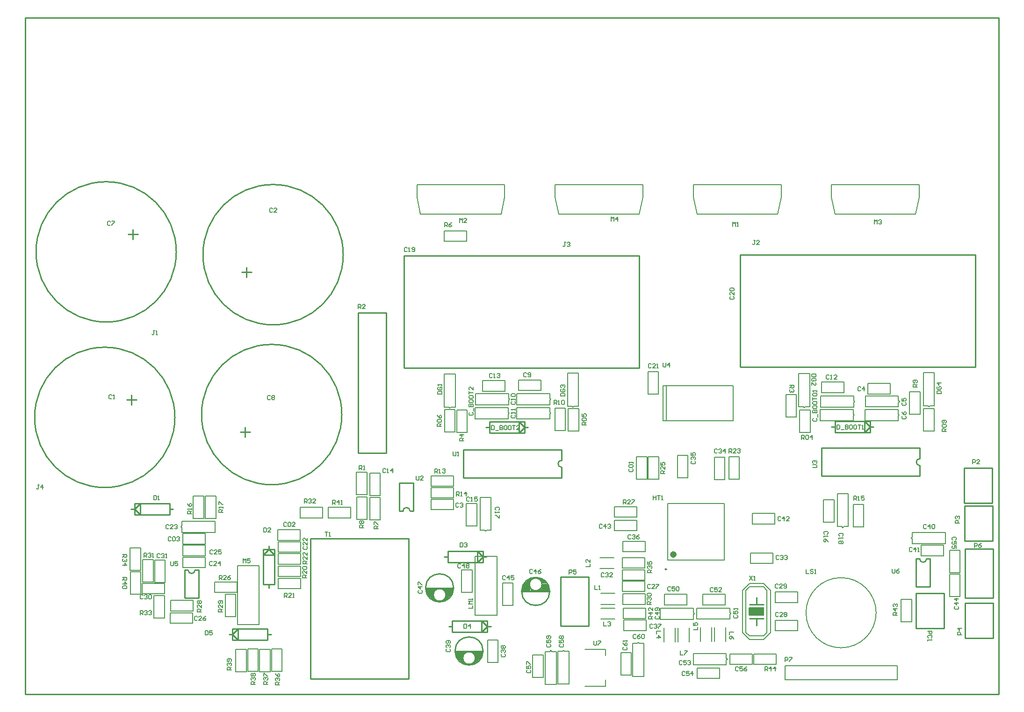
<source format=gto>
%FSLAX25Y25*%
%MOIN*%
G70*
G01*
G75*
%ADD10R,0.05000X0.05000*%
%ADD11R,0.07520X0.05903*%
%ADD12O,0.08000X0.02400*%
%ADD13R,0.05000X0.05000*%
%ADD14O,0.10039X0.01000*%
%ADD15O,0.01000X0.10039*%
%ADD16R,0.05000X0.06000*%
%ADD17R,0.08800X0.14200*%
%ADD18R,0.08800X0.04800*%
%ADD19R,0.05903X0.07520*%
%ADD20R,0.06000X0.05000*%
%ADD21R,0.02400X0.08600*%
%ADD22O,0.02400X0.08600*%
%ADD23C,0.05000*%
%ADD24C,0.01000*%
%ADD25C,0.01500*%
%ADD26C,0.02000*%
%ADD27C,0.03000*%
%ADD28C,0.07874*%
%ADD29R,0.23622X0.23622*%
%ADD30C,0.23622*%
%ADD31C,0.39370*%
%ADD32O,0.10000X0.07000*%
%ADD33R,0.10000X0.07000*%
%ADD34C,0.07000*%
%ADD35R,0.06500X0.06500*%
%ADD36C,0.06500*%
%ADD37C,0.07500*%
%ADD38R,0.07500X0.07500*%
%ADD39C,0.15748*%
%ADD40C,0.05906*%
%ADD41R,0.05906X0.05906*%
%ADD42C,0.07873*%
%ADD43R,0.07873X0.07873*%
%ADD44R,0.13780X0.13780*%
%ADD45O,0.06000X0.07000*%
%ADD46R,0.06000X0.07000*%
%ADD47C,0.09200*%
%ADD48R,0.09200X0.09200*%
%ADD49C,0.05000*%
%ADD50C,0.02362*%
%ADD51C,0.00984*%
%ADD52C,0.00800*%
%ADD53C,0.00600*%
%ADD54C,0.00787*%
%ADD55C,0.00500*%
%ADD56R,0.05700X0.04000*%
%ADD57R,0.02100X0.01300*%
%ADD58R,0.01000X0.01000*%
%ADD59R,0.03900X0.01800*%
%ADD60R,0.03600X0.01600*%
%ADD61R,0.02700X0.01200*%
%ADD62R,0.02100X0.01100*%
%ADD63R,0.06100X0.03400*%
%ADD64R,0.01100X0.01500*%
%ADD65R,0.01100X0.00800*%
%ADD66R,0.04900X0.02100*%
%ADD67R,0.03600X0.01700*%
%ADD68R,0.01900X0.01300*%
%ADD69R,0.01800X0.01900*%
%ADD70R,0.01600X0.01300*%
G36*
X5446283Y2346083D02*
X5446441Y2345700D01*
Y2340700D01*
X5446283Y2340317D01*
X5445900Y2340159D01*
X5435900D01*
X5435517Y2340317D01*
X5435359Y2340700D01*
Y2345700D01*
X5435517Y2346083D01*
X5435900Y2346241D01*
X5445900D01*
X5446283Y2346083D01*
D02*
G37*
D24*
X5145300Y2483600D02*
G03*
X5145300Y2483600I-50000J0D01*
G01*
X5557200Y2380800D02*
G03*
X5562200Y2380800I2500J0D01*
G01*
X5246000Y2315000D02*
G03*
X5246000Y2315000I-10000J0D01*
G01*
X5240500Y2310000D02*
G03*
X5240500Y2310000I-4500J0D01*
G01*
X5225000Y2360000D02*
G03*
X5225000Y2360000I-10000J0D01*
G01*
X5219500Y2355000D02*
G03*
X5219500Y2355000I-4500J0D01*
G01*
X5293500Y2357500D02*
G03*
X5293500Y2357500I-10000J0D01*
G01*
X5288000Y2362500D02*
G03*
X5288000Y2362500I-4500J0D01*
G01*
X5193900Y2414800D02*
G03*
X5188900Y2414800I-2500J0D01*
G01*
X5146300Y2597600D02*
G03*
X5146300Y2597600I-50000J0D01*
G01*
X5027300Y2599600D02*
G03*
X5027300Y2599600I-50000J0D01*
G01*
X5026300Y2481600D02*
G03*
X5026300Y2481600I-50000J0D01*
G01*
X5035714Y2372781D02*
G03*
X5040714Y2372781I2500J0D01*
G01*
X5557400Y2452200D02*
G03*
X5557400Y2447200I0J-2500D01*
G01*
X5302000Y2451000D02*
G03*
X5302000Y2446000I0J-2500D01*
G01*
X4919500Y2766500D02*
X5613700D01*
X4919500Y2284100D02*
Y2766500D01*
Y2284100D02*
X5613700D01*
Y2766500D01*
X5076300Y2467600D02*
Y2474600D01*
X5072800Y2471100D02*
X5079800D01*
X5429400Y2517600D02*
Y2597600D01*
X5596900D01*
Y2517600D02*
Y2597600D01*
X5429400Y2517600D02*
X5596900D01*
X5589100Y2420400D02*
X5609100D01*
X5589100Y2445400D02*
X5609100D01*
Y2420400D02*
Y2445400D01*
X5589100Y2420400D02*
Y2445400D01*
X5589200Y2393600D02*
X5609200D01*
X5589200Y2418600D02*
X5609200D01*
Y2393600D02*
Y2418600D01*
X5589200Y2393600D02*
Y2418600D01*
X5589500Y2352700D02*
Y2387700D01*
X5609500Y2352700D02*
Y2387700D01*
X5589500Y2352700D02*
X5609500D01*
X5589500Y2387700D02*
X5609500D01*
X5554700Y2360800D02*
Y2380800D01*
Y2360800D02*
X5564700D01*
Y2380800D01*
X5562200D02*
X5564700D01*
X5554700D02*
X5557200D01*
X5589500Y2349100D02*
X5609500D01*
X5589500Y2324100D02*
X5609500D01*
X5589500D02*
Y2349100D01*
X5609500Y2324100D02*
Y2349100D01*
X5440900Y2333200D02*
Y2338200D01*
X5435900Y2348200D02*
X5445900D01*
X5435900Y2338200D02*
X5445900D01*
X5440900Y2348200D02*
Y2353200D01*
X5245000Y2328500D02*
Y2336500D01*
X5224000Y2328500D02*
Y2336500D01*
X5249000Y2328500D02*
Y2336500D01*
X5224000D02*
X5249000D01*
X5224000Y2328500D02*
X5249000D01*
Y2332500D02*
X5251500D01*
X5221500D02*
X5224000D01*
X5245000Y2336500D02*
X5249000Y2332500D01*
X5245000Y2328500D02*
X5249000Y2332500D01*
X5226000Y2315000D02*
X5246000D01*
X5205000Y2360000D02*
X5225000D01*
X5321400Y2332800D02*
Y2367800D01*
X5301400Y2332800D02*
Y2367800D01*
X5321400D01*
X5301400Y2332800D02*
X5321400D01*
X5273500Y2357500D02*
X5293500D01*
X5241900Y2378300D02*
Y2386300D01*
X5220900Y2378300D02*
Y2386300D01*
X5245900Y2378300D02*
Y2386300D01*
X5220900D02*
X5245900D01*
X5220900Y2378300D02*
X5245900D01*
Y2382300D02*
X5248400D01*
X5218400D02*
X5220900D01*
X5241900Y2386300D02*
X5245900Y2382300D01*
X5241900Y2378300D02*
X5245900Y2382300D01*
X5186400Y2414800D02*
Y2434800D01*
X5196400D01*
Y2414800D02*
Y2434800D01*
X5193900Y2414800D02*
X5196400D01*
X5186400D02*
X5188900D01*
X5077300Y2581600D02*
Y2588600D01*
X5073800Y2585100D02*
X5080800D01*
X4996300Y2608600D02*
Y2615600D01*
X4992800Y2612100D02*
X4999800D01*
X4995300Y2490600D02*
Y2497600D01*
X4991800Y2494100D02*
X4998800D01*
X5001600Y2412200D02*
Y2420200D01*
X5022600Y2412200D02*
Y2420200D01*
X4997600Y2412200D02*
Y2420200D01*
Y2412200D02*
X5022600D01*
X4997600Y2420200D02*
X5022600D01*
X4995100Y2416200D02*
X4997600D01*
X5022600D02*
X5025100D01*
X4997600D02*
X5001600Y2412200D01*
X4997600Y2416200D02*
X5001600Y2420200D01*
X5089300Y2383400D02*
X5097300D01*
X5089300Y2362400D02*
X5097300D01*
X5089300Y2387400D02*
X5097300D01*
X5089300Y2362400D02*
Y2387400D01*
X5097300Y2362400D02*
Y2387400D01*
X5093300D02*
Y2389900D01*
Y2359900D02*
Y2362400D01*
X5089300Y2383400D02*
X5093300Y2387400D01*
X5097300Y2383400D01*
X5192800Y2295300D02*
Y2395300D01*
X5122800Y2295300D02*
X5192800D01*
X5122800D02*
Y2395300D01*
X5192800D01*
X5071300Y2322800D02*
Y2330800D01*
X5092300Y2322800D02*
Y2330800D01*
X5067300Y2322800D02*
Y2330800D01*
Y2322800D02*
X5092300D01*
X5067300Y2330800D02*
X5092300D01*
X5064800Y2326800D02*
X5067300D01*
X5092300D02*
X5094800D01*
X5067300D02*
X5071300Y2322800D01*
X5067300Y2326800D02*
X5071300Y2330800D01*
X5554500Y2356200D02*
X5574500D01*
X5554500Y2331200D02*
X5574500D01*
X5554500D02*
Y2356200D01*
X5574500Y2331200D02*
Y2356200D01*
X5156800Y2556100D02*
X5176800D01*
X5156800Y2456100D02*
Y2556100D01*
Y2456100D02*
X5176800D01*
Y2556100D01*
X5033214Y2352781D02*
Y2372781D01*
Y2352781D02*
X5043214D01*
Y2372781D01*
X5040714D02*
X5043214D01*
X5033214D02*
X5035714D01*
X5189762Y2516800D02*
Y2596800D01*
X5357262D01*
Y2516800D02*
Y2596800D01*
X5189762Y2516800D02*
X5357262D01*
X5487400Y2439700D02*
Y2459700D01*
X5557400Y2439700D02*
Y2447200D01*
Y2452200D02*
Y2459700D01*
X5487400D02*
X5557400D01*
X5487400Y2439700D02*
X5557400D01*
X5232000Y2438500D02*
Y2458500D01*
X5302000Y2438500D02*
Y2446000D01*
Y2451000D02*
Y2458500D01*
X5232000D02*
X5302000D01*
X5232000Y2438500D02*
X5302000D01*
X5271500Y2470500D02*
Y2478500D01*
X5250500Y2470500D02*
Y2478500D01*
X5275500Y2470500D02*
Y2478500D01*
X5250500D02*
X5275500D01*
X5250500Y2470500D02*
X5275500D01*
Y2474500D02*
X5278000D01*
X5248000D02*
X5250500D01*
X5271500Y2478500D02*
X5275500Y2474500D01*
X5271500Y2470500D02*
X5275500Y2474500D01*
X5517900Y2470700D02*
Y2478700D01*
X5496900Y2470700D02*
Y2478700D01*
X5521900Y2470700D02*
Y2478700D01*
X5496900D02*
X5521900D01*
X5496900Y2470700D02*
X5521900D01*
Y2474700D02*
X5524400D01*
X5494400D02*
X5496900D01*
X5517900Y2478700D02*
X5521900Y2474700D01*
X5517900Y2470700D02*
X5521900Y2474700D01*
D50*
X5382818Y2383831D02*
G03*
X5382818Y2383831I-1181J0D01*
G01*
D51*
X5376814Y2373300D02*
G03*
X5376814Y2373300I-492J0D01*
G01*
D52*
X5476200Y2342300D02*
G03*
X5501200Y2317300I25000J0D01*
G01*
D02*
G03*
X5526200Y2342300I0J25000D01*
G01*
D02*
G03*
X5501200Y2367300I-25000J0D01*
G01*
D02*
G03*
X5476200Y2342300I0J-25000D01*
G01*
X5430900Y2328200D02*
X5435900Y2323200D01*
X5430900Y2328200D02*
Y2358200D01*
X5435900Y2363200D01*
X5445900D01*
X5450900Y2358200D01*
Y2328200D02*
Y2358200D01*
X5445900Y2323200D02*
X5450900Y2328200D01*
X5435900Y2323200D02*
X5445900D01*
X5255800Y2340500D02*
Y2382500D01*
X5240400Y2340600D02*
X5255800Y2340500D01*
X5240400Y2340600D02*
Y2382500D01*
X5255800D01*
X5086300Y2333800D02*
Y2375800D01*
X5070900Y2333900D02*
X5086300Y2333800D01*
X5070900Y2333900D02*
Y2375800D01*
X5086300D01*
X5424200Y2479050D02*
Y2504050D01*
X5374200Y2479050D02*
X5424200D01*
X5374200D02*
Y2504050D01*
X5424200D01*
X5376700Y2479050D02*
Y2504050D01*
X5458550Y2638400D02*
Y2647400D01*
X5456050Y2626400D02*
X5458550Y2638400D01*
X5398550Y2626400D02*
X5456050D01*
X5396050Y2638400D02*
X5398550Y2626400D01*
X5396050Y2638400D02*
Y2647400D01*
X5458550D01*
X5261450Y2638600D02*
Y2647600D01*
X5258950Y2626600D02*
X5261450Y2638600D01*
X5201450Y2626600D02*
X5258950D01*
X5198950Y2638600D02*
X5201450Y2626600D01*
X5198950Y2638600D02*
Y2647600D01*
X5261450D01*
X5556950Y2638600D02*
Y2647600D01*
X5554450Y2626600D02*
X5556950Y2638600D01*
X5496950Y2626600D02*
X5554450D01*
X5494450Y2638600D02*
X5496950Y2626600D01*
X5494450Y2638600D02*
Y2647600D01*
X5556950D01*
X5359950Y2638600D02*
Y2647600D01*
X5357450Y2626600D02*
X5359950Y2638600D01*
X5299950Y2626600D02*
X5357450D01*
X5297450Y2638600D02*
X5299950Y2626600D01*
X5297450Y2638600D02*
Y2647600D01*
X5359950D01*
D53*
X5487300Y2506750D02*
X5503300D01*
Y2499250D02*
Y2506750D01*
X5487300Y2499250D02*
X5503300D01*
X5487300D02*
Y2506750D01*
X5551300Y2395500D02*
X5552050Y2396250D01*
Y2399433D01*
X5575550D01*
Y2391567D02*
Y2399433D01*
X5552050Y2391567D02*
X5575550D01*
X5552050D02*
Y2394750D01*
X5551300Y2395500D02*
X5552050Y2394750D01*
X5558300Y2382850D02*
X5574300D01*
X5558300D02*
Y2390350D01*
X5574300D01*
Y2382850D02*
Y2390350D01*
X5586050Y2353700D02*
Y2369700D01*
X5578550Y2353700D02*
X5586050D01*
X5578550D02*
Y2369700D01*
X5586050D01*
X5544050Y2335800D02*
Y2351800D01*
X5551550D01*
Y2335800D02*
Y2351800D01*
X5544050Y2335800D02*
X5551550D01*
X5436700Y2384950D02*
X5452700D01*
Y2377450D02*
Y2384950D01*
X5436700Y2377450D02*
X5452700D01*
X5436700D02*
Y2384950D01*
X5438100Y2413150D02*
X5454100D01*
Y2405650D02*
Y2413150D01*
X5438100Y2405650D02*
X5454100D01*
X5438100D02*
Y2413150D01*
X5392050Y2438600D02*
Y2454600D01*
X5384550Y2438600D02*
X5392050D01*
X5384550D02*
Y2454600D01*
X5392050D01*
X5355350Y2437500D02*
X5362850D01*
Y2453500D01*
X5355350D02*
X5362850D01*
X5355350Y2437500D02*
Y2453500D01*
X5371150Y2437500D02*
Y2453500D01*
X5363650Y2437500D02*
X5371150D01*
X5363650D02*
Y2453500D01*
X5371150D01*
X5339600Y2400750D02*
X5355600D01*
X5339600D02*
Y2408250D01*
X5355600D01*
Y2400750D02*
Y2408250D01*
X5438900Y2305350D02*
X5454900D01*
X5438900D02*
Y2312850D01*
X5454900D01*
Y2305350D02*
Y2312850D01*
X5398700Y2302950D02*
X5414700D01*
Y2295450D02*
Y2302950D01*
X5398700Y2295450D02*
X5414700D01*
X5398700D02*
Y2302950D01*
X5419450Y2309950D02*
X5420200Y2309200D01*
X5419450Y2309950D02*
Y2313133D01*
X5395950D02*
X5419450D01*
X5395950Y2305267D02*
Y2313133D01*
Y2305267D02*
X5419450D01*
Y2308450D01*
X5420200Y2309200D01*
X5345400Y2381650D02*
X5361400D01*
Y2374150D02*
Y2381650D01*
X5345400Y2374150D02*
X5361400D01*
X5345400D02*
Y2381650D01*
X5345200Y2365450D02*
X5361200D01*
X5345200D02*
Y2372950D01*
X5361200D01*
Y2365450D02*
Y2372950D01*
X5375200Y2355350D02*
X5391200D01*
Y2347850D02*
Y2355350D01*
X5375200Y2347850D02*
X5391200D01*
X5375200D02*
Y2355350D01*
X5346000Y2345650D02*
X5362000D01*
Y2338150D02*
Y2345650D01*
X5346000Y2338150D02*
X5362000D01*
X5346000D02*
Y2345650D01*
X5346300Y2329550D02*
X5362300D01*
X5346300D02*
Y2337050D01*
X5362300D01*
Y2329550D02*
Y2337050D01*
X5344250Y2297700D02*
Y2313700D01*
X5351750D01*
Y2297700D02*
Y2313700D01*
X5344250Y2297700D02*
X5351750D01*
X5318700Y2289900D02*
X5333300D01*
Y2294500D01*
Y2311700D02*
Y2316300D01*
X5318700D02*
X5333300D01*
X5303300Y2315600D02*
X5304050Y2314850D01*
X5307233D01*
Y2291350D02*
Y2314850D01*
X5299367Y2291350D02*
X5307233D01*
X5299367D02*
Y2314850D01*
X5302550D01*
X5303300Y2315600D01*
X5294300Y2315400D02*
X5295050Y2314650D01*
X5298233D01*
Y2291150D02*
Y2314650D01*
X5290367Y2291150D02*
X5298233D01*
X5290367D02*
Y2314650D01*
X5293550D01*
X5294300Y2315400D01*
X5288850Y2296300D02*
Y2312300D01*
X5281350D02*
X5288850D01*
X5281350Y2296300D02*
Y2312300D01*
Y2296300D02*
X5288850D01*
X5249250Y2306800D02*
Y2322800D01*
X5256750D01*
Y2306800D02*
Y2322800D01*
X5249250Y2306800D02*
X5256750D01*
X5230750Y2356700D02*
Y2372700D01*
X5238250D01*
Y2356700D02*
Y2372700D01*
X5230750Y2356700D02*
X5238250D01*
X5267350Y2347600D02*
Y2363600D01*
X5259850Y2347600D02*
X5267350D01*
X5259850D02*
Y2363600D01*
X5267350D01*
X5271200Y2508250D02*
X5287200D01*
Y2500750D02*
Y2508250D01*
X5271200Y2500750D02*
X5287200D01*
X5271200D02*
Y2508250D01*
X5245600Y2507750D02*
X5261600D01*
Y2500250D02*
Y2507750D01*
X5245600Y2500250D02*
X5261600D01*
X5245600D02*
Y2507750D01*
X5264250Y2493750D02*
X5265000Y2494500D01*
X5264250Y2490567D02*
Y2493750D01*
X5240750Y2490567D02*
X5264250D01*
X5240750D02*
Y2498433D01*
X5264250D01*
Y2495250D02*
Y2498433D01*
Y2495250D02*
X5265000Y2494500D01*
X5209100Y2415750D02*
X5225100D01*
Y2423250D01*
X5209100D02*
X5225100D01*
X5209100Y2415750D02*
Y2423250D01*
Y2431650D02*
X5225100D01*
X5209100Y2424150D02*
Y2431650D01*
Y2424150D02*
X5225100D01*
Y2431650D01*
X5209100Y2432450D02*
X5225100D01*
Y2439950D01*
X5209100D02*
X5225100D01*
X5209100Y2432450D02*
Y2439950D01*
X5172650Y2425900D02*
Y2441900D01*
X5165150D02*
X5172650D01*
X5165150Y2425900D02*
Y2441900D01*
Y2425900D02*
X5172650D01*
X5155750Y2426600D02*
Y2442600D01*
Y2426600D02*
X5163250D01*
Y2442600D01*
X5155750D02*
X5163250D01*
X5163450Y2408700D02*
Y2424700D01*
X5155950D02*
X5163450D01*
X5155950Y2408700D02*
Y2424700D01*
Y2408700D02*
X5163450D01*
X5172650Y2408600D02*
Y2424600D01*
X5165150D02*
X5172650D01*
X5165150Y2408600D02*
Y2424600D01*
Y2408600D02*
X5172650D01*
X5135500Y2417450D02*
X5151500D01*
Y2409950D02*
Y2417450D01*
X5135500Y2409950D02*
X5151500D01*
X5135500D02*
Y2417450D01*
X5115700Y2417350D02*
X5131700D01*
Y2409850D02*
Y2417350D01*
X5115700Y2409850D02*
X5131700D01*
X5115700D02*
Y2417350D01*
X5099700Y2393950D02*
Y2401450D01*
Y2393950D02*
X5115700D01*
Y2401450D01*
X5099700D02*
X5115700D01*
X5099800Y2392850D02*
X5115800D01*
Y2385350D02*
Y2392850D01*
X5099800Y2385350D02*
X5115800D01*
X5099800D02*
Y2392850D01*
Y2384450D02*
X5115800D01*
Y2376950D02*
Y2384450D01*
X5099800Y2376950D02*
X5115800D01*
X5099800D02*
Y2384450D01*
Y2375650D02*
X5115800D01*
Y2368150D02*
Y2375650D01*
X5099800Y2368150D02*
X5115800D01*
X5099800D02*
Y2375650D01*
X5099900Y2366850D02*
X5115900D01*
Y2359350D02*
Y2366850D01*
X5099900Y2359350D02*
X5115900D01*
X5099900D02*
Y2366850D01*
X5030700Y2403600D02*
X5031450Y2402850D01*
Y2399667D02*
Y2402850D01*
Y2399667D02*
X5054950D01*
Y2407533D01*
X5031450D02*
X5054950D01*
X5031450Y2404350D02*
Y2407533D01*
X5030700Y2403600D02*
X5031450Y2404350D01*
X5031900Y2391250D02*
Y2398750D01*
Y2391250D02*
X5047900D01*
Y2398750D01*
X5031900D02*
X5047900D01*
X5032100Y2390350D02*
X5048100D01*
Y2382850D02*
Y2390350D01*
X5032100Y2382850D02*
X5048100D01*
X5032100D02*
Y2390350D01*
Y2381950D02*
X5048100D01*
Y2374450D02*
Y2381950D01*
X5032100Y2374450D02*
X5048100D01*
X5032100D02*
Y2381950D01*
X5054500Y2364250D02*
X5070500D01*
Y2356750D02*
Y2364250D01*
X5054500Y2356750D02*
X5070500D01*
X5054500D02*
Y2364250D01*
X5062250Y2339500D02*
Y2355500D01*
X5069750D01*
Y2339500D02*
Y2355500D01*
X5062250Y2339500D02*
X5069750D01*
X5095250Y2300400D02*
Y2316400D01*
X5102750D01*
Y2300400D02*
Y2316400D01*
X5095250Y2300400D02*
X5102750D01*
X5086750Y2300300D02*
Y2316300D01*
X5094250D01*
Y2300300D02*
Y2316300D01*
X5086750Y2300300D02*
X5094250D01*
X5078250Y2300400D02*
Y2316400D01*
X5085750D01*
Y2300400D02*
Y2316400D01*
X5078250Y2300400D02*
X5085750D01*
X5069750Y2300300D02*
Y2316300D01*
X5077250D01*
Y2300300D02*
Y2316300D01*
X5069750Y2300300D02*
X5077250D01*
X5023400Y2343550D02*
X5039400D01*
X5023400D02*
Y2351050D01*
X5039400D01*
Y2343550D02*
Y2351050D01*
X5011450Y2338600D02*
Y2354600D01*
X5018950D01*
Y2338600D02*
Y2354600D01*
X5011450Y2338600D02*
X5018950D01*
X5003100Y2355750D02*
X5019100D01*
X5003100D02*
Y2363250D01*
X5019100D01*
Y2355750D02*
Y2363250D01*
X5011950Y2364000D02*
Y2380000D01*
X5019450D01*
Y2364000D02*
Y2380000D01*
X5011950Y2364000D02*
X5019450D01*
X5010950Y2364200D02*
Y2380200D01*
X5003450Y2364200D02*
X5010950D01*
X5003450D02*
Y2380200D01*
X5010950D01*
X5002050Y2355400D02*
Y2371400D01*
X4994550Y2355400D02*
X5002050D01*
X4994550D02*
Y2371400D01*
X5002050D01*
X5001850Y2372500D02*
Y2388500D01*
X4994350Y2372500D02*
X5001850D01*
X4994350D02*
Y2388500D01*
X5001850D01*
X5048050Y2409500D02*
Y2425500D01*
X5055550D01*
Y2409500D02*
Y2425500D01*
X5048050Y2409500D02*
X5055550D01*
X5039450Y2409400D02*
Y2425400D01*
X5046950D01*
Y2409400D02*
Y2425400D01*
X5039450Y2409400D02*
X5046950D01*
X5355950Y2320450D02*
X5356700Y2321200D01*
X5352767Y2320450D02*
X5355950D01*
X5352767Y2296950D02*
Y2320450D01*
Y2296950D02*
X5360633D01*
Y2320450D01*
X5357450D02*
X5360633D01*
X5356700Y2321200D02*
X5357450Y2320450D01*
X5023000Y2334750D02*
X5039000D01*
X5023000D02*
Y2342250D01*
X5039000D01*
Y2334750D02*
Y2342250D01*
X5345700Y2355750D02*
X5361700D01*
Y2348250D02*
Y2355750D01*
X5345700Y2348250D02*
X5361700D01*
X5345700D02*
Y2355750D01*
X5345300Y2357450D02*
X5361300D01*
X5345300D02*
Y2364950D01*
X5361300D01*
Y2357450D02*
Y2364950D01*
X5421900Y2305450D02*
X5437900D01*
X5421900D02*
Y2312950D01*
X5437900D01*
Y2305450D02*
Y2312950D01*
X5339500Y2410450D02*
X5355500D01*
X5339500D02*
Y2417950D01*
X5355500D01*
Y2410450D02*
Y2417950D01*
X5345600Y2385750D02*
X5361600D01*
X5345600D02*
Y2393250D01*
X5361600D01*
Y2385750D02*
Y2393250D01*
X5421850Y2342450D02*
X5422600Y2341700D01*
X5421850Y2342450D02*
Y2345633D01*
X5398350D02*
X5421850D01*
X5398350Y2337767D02*
Y2345633D01*
Y2337767D02*
X5421850D01*
Y2340950D01*
X5422600Y2341700D01*
X5395950Y2342350D02*
X5396700Y2341600D01*
X5395950Y2342350D02*
Y2345533D01*
X5372450D02*
X5395950D01*
X5372450Y2337667D02*
Y2345533D01*
Y2337667D02*
X5395950D01*
Y2340850D01*
X5396700Y2341600D01*
X5402700Y2355450D02*
X5418700D01*
Y2347950D02*
Y2355450D01*
X5402700Y2347950D02*
X5418700D01*
X5402700D02*
Y2355450D01*
X5586050Y2370700D02*
Y2386700D01*
X5578550Y2370700D02*
X5586050D01*
X5578550D02*
Y2386700D01*
X5586050D01*
X5410850Y2437300D02*
Y2453300D01*
X5418350D01*
Y2437300D02*
Y2453300D01*
X5410850Y2437300D02*
X5418350D01*
X5454200Y2357050D02*
X5470200D01*
Y2349550D02*
Y2357050D01*
X5454200Y2349550D02*
X5470200D01*
X5454200D02*
Y2357050D01*
X5454400Y2336850D02*
X5470400D01*
Y2329350D02*
Y2336850D01*
X5454400Y2329350D02*
X5470400D01*
X5454400D02*
Y2336850D01*
X5428650Y2437400D02*
Y2453400D01*
X5421150Y2437400D02*
X5428650D01*
X5421150D02*
Y2453400D01*
X5428650D01*
X5517450Y2403600D02*
Y2419600D01*
X5509950Y2403600D02*
X5517450D01*
X5509950D02*
Y2419600D01*
X5517450D01*
X5371050Y2498200D02*
Y2514200D01*
X5363550Y2498200D02*
X5371050D01*
X5363550D02*
Y2514200D01*
X5371050D01*
X5563800Y2489200D02*
X5564550Y2489950D01*
X5567733D01*
Y2513450D01*
X5559867D02*
X5567733D01*
X5559867Y2489950D02*
Y2513450D01*
Y2489950D02*
X5563050D01*
X5563800Y2489200D01*
X5474900Y2488500D02*
X5475650Y2489250D01*
X5478833D01*
Y2512750D01*
X5470967D02*
X5478833D01*
X5470967Y2489250D02*
Y2512750D01*
Y2489250D02*
X5474150D01*
X5474900Y2488500D01*
X5222300Y2488100D02*
X5223050Y2488850D01*
X5226233D01*
Y2512350D01*
X5218367D02*
X5226233D01*
X5218367Y2488850D02*
Y2512350D01*
Y2488850D02*
X5221550D01*
X5222300Y2488100D01*
X5310100Y2488900D02*
X5310850Y2489650D01*
X5314033D01*
Y2513150D01*
X5306167D02*
X5314033D01*
X5306167Y2489650D02*
Y2513150D01*
Y2489650D02*
X5309350D01*
X5310100Y2488900D01*
X5501650Y2403750D02*
X5502400Y2403000D01*
X5498467Y2403750D02*
X5501650D01*
X5498467D02*
Y2427250D01*
X5506333D01*
Y2403750D02*
Y2427250D01*
X5503150Y2403750D02*
X5506333D01*
X5502400Y2403000D02*
X5503150Y2403750D01*
X5496150Y2406900D02*
Y2422900D01*
X5488650Y2406900D02*
X5496150D01*
X5488650D02*
Y2422900D01*
X5496150D01*
X5241550Y2404300D02*
Y2420300D01*
X5234050Y2404300D02*
X5241550D01*
X5234050D02*
Y2420300D01*
X5241550D01*
X5247050Y2401150D02*
X5247800Y2400400D01*
X5243867Y2401150D02*
X5247050D01*
X5243867D02*
Y2424650D01*
X5251733D01*
Y2401150D02*
Y2424650D01*
X5248550Y2401150D02*
X5251733D01*
X5247800Y2400400D02*
X5248550Y2401150D01*
X5550050Y2484000D02*
Y2500000D01*
X5557550D01*
Y2484000D02*
Y2500000D01*
X5550050Y2484000D02*
X5557550D01*
X5461850Y2481800D02*
Y2497800D01*
X5469350D01*
Y2481800D02*
Y2497800D01*
X5461850Y2481800D02*
X5469350D01*
X5234650Y2470900D02*
Y2486900D01*
X5227150Y2470900D02*
X5234650D01*
X5227150D02*
Y2486900D01*
X5234650D01*
X5304650Y2472300D02*
Y2488300D01*
X5297150Y2472300D02*
X5304650D01*
X5297150D02*
Y2488300D01*
X5304650D01*
X5509950Y2482450D02*
X5510700Y2483200D01*
X5509950Y2479267D02*
Y2482450D01*
X5486450Y2479267D02*
X5509950D01*
X5486450D02*
Y2487133D01*
X5509950D01*
Y2483950D02*
Y2487133D01*
Y2483950D02*
X5510700Y2483200D01*
X5263950Y2483750D02*
X5264700Y2484500D01*
X5263950Y2480567D02*
Y2483750D01*
X5240450Y2480567D02*
X5263950D01*
X5240450D02*
Y2488433D01*
X5263950D01*
Y2485250D02*
Y2488433D01*
Y2485250D02*
X5264700Y2484500D01*
X5541950Y2482450D02*
X5542700Y2483200D01*
X5541950Y2479267D02*
Y2482450D01*
X5518450Y2479267D02*
X5541950D01*
X5518450D02*
Y2487133D01*
X5541950D01*
Y2483950D02*
Y2487133D01*
Y2483950D02*
X5542700Y2483200D01*
X5520200Y2505750D02*
X5536200D01*
Y2498250D02*
Y2505750D01*
X5520200Y2498250D02*
X5536200D01*
X5520200D02*
Y2505750D01*
X5542050Y2492250D02*
X5542800Y2493000D01*
X5542050Y2489067D02*
Y2492250D01*
X5518550Y2489067D02*
X5542050D01*
X5518550D02*
Y2496933D01*
X5542050D01*
Y2493750D02*
Y2496933D01*
Y2493750D02*
X5542800Y2493000D01*
X5293550Y2493750D02*
X5294300Y2494500D01*
X5293550Y2490567D02*
Y2493750D01*
X5270050Y2490567D02*
X5293550D01*
X5270050D02*
Y2498433D01*
X5293550D01*
Y2495250D02*
Y2498433D01*
Y2495250D02*
X5294300Y2494500D01*
X5293550Y2483750D02*
X5294300Y2484500D01*
X5293550Y2480567D02*
Y2483750D01*
X5270050Y2480567D02*
X5293550D01*
X5270050D02*
Y2488433D01*
X5293550D01*
Y2485250D02*
Y2488433D01*
Y2485250D02*
X5294300Y2484500D01*
X5510250Y2492050D02*
X5511000Y2492800D01*
X5510250Y2488867D02*
Y2492050D01*
X5486750Y2488867D02*
X5510250D01*
X5486750D02*
Y2496733D01*
X5510250D01*
Y2493550D02*
Y2496733D01*
Y2493550D02*
X5511000Y2492800D01*
X5218300Y2607150D02*
X5234300D01*
X5218300D02*
Y2614650D01*
X5234300D01*
Y2607150D02*
Y2614650D01*
X5314150Y2472000D02*
Y2488000D01*
X5306650Y2472000D02*
X5314150D01*
X5306650D02*
Y2488000D01*
X5314150D01*
X5226050Y2471200D02*
Y2487200D01*
X5218550Y2471200D02*
X5226050D01*
X5218550D02*
Y2487200D01*
X5226050D01*
X5471750Y2470700D02*
Y2486700D01*
X5479250D01*
Y2470700D02*
Y2486700D01*
X5471750Y2470700D02*
X5479250D01*
X5560050Y2471900D02*
Y2487900D01*
X5567550D01*
Y2471900D02*
Y2487900D01*
X5560050Y2471900D02*
X5567550D01*
D54*
X5417858Y2379894D02*
Y2420052D01*
X5377700Y2379894D02*
Y2420052D01*
X5417858D01*
X5377700Y2379894D02*
X5417858D01*
X5329832Y2356037D02*
X5339832D01*
X5329832Y2348124D02*
X5339832D01*
X5330053Y2345637D02*
X5340053D01*
X5330053Y2337724D02*
X5340053D01*
X5329253Y2381637D02*
X5339253D01*
X5329253Y2373724D02*
X5339253D01*
X5382937Y2321647D02*
Y2331647D01*
X5375024Y2321647D02*
Y2331647D01*
X5408837Y2321747D02*
Y2331747D01*
X5400924Y2321747D02*
Y2331747D01*
X5418837Y2321747D02*
Y2331747D01*
X5410924Y2321747D02*
Y2331747D01*
X5392937Y2321647D02*
Y2331647D01*
X5385023Y2321647D02*
Y2331647D01*
X5461300Y2294500D02*
X5541300D01*
Y2304500D01*
X5461300D02*
X5541300D01*
X5461300Y2294500D02*
Y2304500D01*
D55*
X5435900Y2325700D02*
X5445900D01*
X5433400Y2328200D02*
X5435900Y2325700D01*
X5433400Y2328200D02*
Y2358200D01*
X5435900Y2360700D01*
X5445900D01*
X5448400Y2358200D01*
Y2328200D02*
Y2358200D01*
X5445900Y2325700D02*
X5448400Y2328200D01*
X5023599Y2395899D02*
X5023100Y2396399D01*
X5022100D01*
X5021600Y2395899D01*
Y2393900D01*
X5022100Y2393400D01*
X5023100D01*
X5023599Y2393900D01*
X5024599Y2395899D02*
X5025099Y2396399D01*
X5026099D01*
X5026598Y2395899D01*
Y2393900D01*
X5026099Y2393400D01*
X5025099D01*
X5024599Y2393900D01*
Y2395899D01*
X5027598D02*
X5028098Y2396399D01*
X5029098D01*
X5029597Y2395899D01*
Y2395399D01*
X5029098Y2394900D01*
X5028598D01*
X5029098D01*
X5029597Y2394400D01*
Y2393900D01*
X5029098Y2393400D01*
X5028098D01*
X5027598Y2393900D01*
X5105899Y2406299D02*
X5105399Y2406799D01*
X5104400D01*
X5103900Y2406299D01*
Y2404300D01*
X5104400Y2403800D01*
X5105399D01*
X5105899Y2404300D01*
X5106899Y2406299D02*
X5107399Y2406799D01*
X5108398D01*
X5108899Y2406299D01*
Y2404300D01*
X5108398Y2403800D01*
X5107399D01*
X5106899Y2404300D01*
Y2406299D01*
X5111897Y2403800D02*
X5109898D01*
X5111897Y2405799D01*
Y2406299D01*
X5111398Y2406799D01*
X5110398D01*
X5109898Y2406299D01*
X5350401Y2444899D02*
X5349901Y2444399D01*
Y2443400D01*
X5350401Y2442900D01*
X5352400D01*
X5352900Y2443400D01*
Y2444399D01*
X5352400Y2444899D01*
X5350401Y2445899D02*
X5349901Y2446399D01*
Y2447399D01*
X5350401Y2447898D01*
X5352400D01*
X5352900Y2447399D01*
Y2446399D01*
X5352400Y2445899D01*
X5350401D01*
X5352900Y2448898D02*
Y2449898D01*
Y2449398D01*
X5349901D01*
X5350401Y2448898D01*
X4981399Y2497299D02*
X4980899Y2497799D01*
X4979900D01*
X4979400Y2497299D01*
Y2495300D01*
X4979900Y2494800D01*
X4980899D01*
X4981399Y2495300D01*
X4982399Y2494800D02*
X4983399D01*
X4982899D01*
Y2497799D01*
X4982399Y2497299D01*
X5095799Y2630299D02*
X5095300Y2630799D01*
X5094300D01*
X5093800Y2630299D01*
Y2628300D01*
X5094300Y2627800D01*
X5095300D01*
X5095799Y2628300D01*
X5098798Y2627800D02*
X5096799D01*
X5098798Y2629799D01*
Y2630299D01*
X5098299Y2630799D01*
X5097299D01*
X5096799Y2630299D01*
X5228499Y2418101D02*
X5227999Y2417601D01*
X5227000D01*
X5226500Y2418101D01*
Y2420100D01*
X5227000Y2420600D01*
X5227999D01*
X5228499Y2420100D01*
X5229499Y2418101D02*
X5229999Y2417601D01*
X5230999D01*
X5231498Y2418101D01*
Y2418601D01*
X5230999Y2419101D01*
X5230499D01*
X5230999D01*
X5231498Y2419600D01*
Y2420100D01*
X5230999Y2420600D01*
X5229999D01*
X5229499Y2420100D01*
X5515199Y2502899D02*
X5514700Y2503399D01*
X5513700D01*
X5513200Y2502899D01*
Y2500900D01*
X5513700Y2500400D01*
X5514700D01*
X5515199Y2500900D01*
X5517699Y2500400D02*
Y2503399D01*
X5516199Y2501900D01*
X5518198D01*
X5545001Y2492299D02*
X5544501Y2491800D01*
Y2490800D01*
X5545001Y2490300D01*
X5547000D01*
X5547500Y2490800D01*
Y2491800D01*
X5547000Y2492299D01*
X5544501Y2495298D02*
Y2493299D01*
X5546001D01*
X5545501Y2494299D01*
Y2494798D01*
X5546001Y2495298D01*
X5547000D01*
X5547500Y2494798D01*
Y2493799D01*
X5547000Y2493299D01*
X5545001Y2482599D02*
X5544501Y2482100D01*
Y2481100D01*
X5545001Y2480600D01*
X5547000D01*
X5547500Y2481100D01*
Y2482100D01*
X5547000Y2482599D01*
X5544501Y2485598D02*
X5545001Y2484599D01*
X5546001Y2483599D01*
X5547000D01*
X5547500Y2484099D01*
Y2485098D01*
X5547000Y2485598D01*
X5546500D01*
X5546001Y2485098D01*
Y2483599D01*
X4980299Y2620899D02*
X4979800Y2621399D01*
X4978800D01*
X4978300Y2620899D01*
Y2618900D01*
X4978800Y2618400D01*
X4979800D01*
X4980299Y2618900D01*
X4981299Y2621399D02*
X4983298D01*
Y2620899D01*
X4981299Y2618900D01*
Y2618400D01*
X5094299Y2496699D02*
X5093800Y2497199D01*
X5092800D01*
X5092300Y2496699D01*
Y2494700D01*
X5092800Y2494200D01*
X5093800D01*
X5094299Y2494700D01*
X5095299Y2496699D02*
X5095799Y2497199D01*
X5096799D01*
X5097298Y2496699D01*
Y2496199D01*
X5096799Y2495700D01*
X5097298Y2495200D01*
Y2494700D01*
X5096799Y2494200D01*
X5095799D01*
X5095299Y2494700D01*
Y2495200D01*
X5095799Y2495700D01*
X5095299Y2496199D01*
Y2496699D01*
X5095799Y2495700D02*
X5096799D01*
X5277099Y2512999D02*
X5276600Y2513499D01*
X5275600D01*
X5275100Y2512999D01*
Y2511000D01*
X5275600Y2510500D01*
X5276600D01*
X5277099Y2511000D01*
X5278099D02*
X5278599Y2510500D01*
X5279599D01*
X5280098Y2511000D01*
Y2512999D01*
X5279599Y2513499D01*
X5278599D01*
X5278099Y2512999D01*
Y2512499D01*
X5278599Y2512000D01*
X5280098D01*
X5266601Y2492899D02*
X5266101Y2492399D01*
Y2491400D01*
X5266601Y2490900D01*
X5268600D01*
X5269100Y2491400D01*
Y2492399D01*
X5268600Y2492899D01*
X5269100Y2493899D02*
Y2494899D01*
Y2494399D01*
X5266101D01*
X5266601Y2493899D01*
Y2496398D02*
X5266101Y2496898D01*
Y2497898D01*
X5266601Y2498398D01*
X5268600D01*
X5269100Y2497898D01*
Y2496898D01*
X5268600Y2496398D01*
X5266601D01*
Y2483199D02*
X5266101Y2482700D01*
Y2481700D01*
X5266601Y2481200D01*
X5268600D01*
X5269100Y2481700D01*
Y2482700D01*
X5268600Y2483199D01*
X5269100Y2484199D02*
Y2485199D01*
Y2484699D01*
X5266101D01*
X5266601Y2484199D01*
X5269100Y2486698D02*
Y2487698D01*
Y2487198D01*
X5266101D01*
X5266601Y2486698D01*
X5492699Y2511399D02*
X5492199Y2511899D01*
X5491200D01*
X5490700Y2511399D01*
Y2509400D01*
X5491200Y2508900D01*
X5492199D01*
X5492699Y2509400D01*
X5493699Y2508900D02*
X5494699D01*
X5494199D01*
Y2511899D01*
X5493699Y2511399D01*
X5498198Y2508900D02*
X5496198D01*
X5498198Y2510899D01*
Y2511399D01*
X5497698Y2511899D01*
X5496698D01*
X5496198Y2511399D01*
X5252499Y2512499D02*
X5252000Y2512999D01*
X5251000D01*
X5250500Y2512499D01*
Y2510500D01*
X5251000Y2510000D01*
X5252000D01*
X5252499Y2510500D01*
X5253499Y2510000D02*
X5254499D01*
X5253999D01*
Y2512999D01*
X5253499Y2512499D01*
X5255998D02*
X5256498Y2512999D01*
X5257498D01*
X5257998Y2512499D01*
Y2511999D01*
X5257498Y2511499D01*
X5256998D01*
X5257498D01*
X5257998Y2511000D01*
Y2510500D01*
X5257498Y2510000D01*
X5256498D01*
X5255998Y2510500D01*
X5176499Y2444599D02*
X5175999Y2445099D01*
X5175000D01*
X5174500Y2444599D01*
Y2442600D01*
X5175000Y2442100D01*
X5175999D01*
X5176499Y2442600D01*
X5177499Y2442100D02*
X5178499D01*
X5177999D01*
Y2445099D01*
X5177499Y2444599D01*
X5181498Y2442100D02*
Y2445099D01*
X5179998Y2443600D01*
X5181998D01*
X5236299Y2424199D02*
X5235799Y2424699D01*
X5234800D01*
X5234300Y2424199D01*
Y2422200D01*
X5234800Y2421700D01*
X5235799D01*
X5236299Y2422200D01*
X5237299Y2421700D02*
X5238299D01*
X5237799D01*
Y2424699D01*
X5237299Y2424199D01*
X5241798Y2424699D02*
X5239798D01*
Y2423199D01*
X5240798Y2423699D01*
X5241298D01*
X5241798Y2423199D01*
Y2422200D01*
X5241298Y2421700D01*
X5240298D01*
X5239798Y2422200D01*
X5491399Y2398201D02*
X5491899Y2398701D01*
Y2399700D01*
X5491399Y2400200D01*
X5489400D01*
X5488900Y2399700D01*
Y2398701D01*
X5489400Y2398201D01*
X5488900Y2397201D02*
Y2396201D01*
Y2396701D01*
X5491899D01*
X5491399Y2397201D01*
X5491899Y2392702D02*
X5491399Y2393702D01*
X5490400Y2394702D01*
X5489400D01*
X5488900Y2394202D01*
Y2393202D01*
X5489400Y2392702D01*
X5489900D01*
X5490400Y2393202D01*
Y2394702D01*
X5257199Y2415501D02*
X5257699Y2416001D01*
Y2417000D01*
X5257199Y2417500D01*
X5255200D01*
X5254700Y2417000D01*
Y2416001D01*
X5255200Y2415501D01*
X5254700Y2414501D02*
Y2413501D01*
Y2414001D01*
X5257699D01*
X5257199Y2414501D01*
X5257699Y2412002D02*
Y2410002D01*
X5257199D01*
X5255200Y2412002D01*
X5254700D01*
X5502279Y2396971D02*
X5502779Y2397470D01*
Y2398470D01*
X5502279Y2398970D01*
X5500280D01*
X5499780Y2398470D01*
Y2397470D01*
X5500280Y2396971D01*
X5499780Y2395971D02*
Y2394971D01*
Y2395471D01*
X5502779D01*
X5502279Y2395971D01*
Y2393472D02*
X5502779Y2392972D01*
Y2391972D01*
X5502279Y2391472D01*
X5501779D01*
X5501279Y2391972D01*
X5500780Y2391472D01*
X5500280D01*
X5499780Y2391972D01*
Y2392972D01*
X5500280Y2393472D01*
X5500780D01*
X5501279Y2392972D01*
X5501779Y2393472D01*
X5502279D01*
X5501279Y2392972D02*
Y2391972D01*
X5191799Y2602299D02*
X5191299Y2602799D01*
X5190300D01*
X5189800Y2602299D01*
Y2600300D01*
X5190300Y2599800D01*
X5191299D01*
X5191799Y2600300D01*
X5192799Y2599800D02*
X5193799D01*
X5193299D01*
Y2602799D01*
X5192799Y2602299D01*
X5195298Y2600300D02*
X5195798Y2599800D01*
X5196798D01*
X5197298Y2600300D01*
Y2602299D01*
X5196798Y2602799D01*
X5195798D01*
X5195298Y2602299D01*
Y2601799D01*
X5195798Y2601299D01*
X5197298D01*
X5422401Y2567799D02*
X5421901Y2567299D01*
Y2566300D01*
X5422401Y2565800D01*
X5424400D01*
X5424900Y2566300D01*
Y2567299D01*
X5424400Y2567799D01*
X5424900Y2570798D02*
Y2568799D01*
X5422901Y2570798D01*
X5422401D01*
X5421901Y2570299D01*
Y2569299D01*
X5422401Y2568799D01*
Y2571798D02*
X5421901Y2572298D01*
Y2573298D01*
X5422401Y2573797D01*
X5424400D01*
X5424900Y2573298D01*
Y2572298D01*
X5424400Y2571798D01*
X5422401D01*
X5365799Y2519499D02*
X5365300Y2519999D01*
X5364300D01*
X5363800Y2519499D01*
Y2517500D01*
X5364300Y2517000D01*
X5365300D01*
X5365799Y2517500D01*
X5368798Y2517000D02*
X5366799D01*
X5368798Y2518999D01*
Y2519499D01*
X5368299Y2519999D01*
X5367299D01*
X5366799Y2519499D01*
X5369798Y2517000D02*
X5370798D01*
X5370298D01*
Y2519999D01*
X5369798Y2519499D01*
X5118201Y2389599D02*
X5117701Y2389100D01*
Y2388100D01*
X5118201Y2387600D01*
X5120200D01*
X5120700Y2388100D01*
Y2389100D01*
X5120200Y2389599D01*
X5120700Y2392598D02*
Y2390599D01*
X5118701Y2392598D01*
X5118201D01*
X5117701Y2392098D01*
Y2391099D01*
X5118201Y2390599D01*
X5120700Y2395597D02*
Y2393598D01*
X5118701Y2395597D01*
X5118201D01*
X5117701Y2395098D01*
Y2394098D01*
X5118201Y2393598D01*
X5022099Y2404599D02*
X5021600Y2405099D01*
X5020600D01*
X5020100Y2404599D01*
Y2402600D01*
X5020600Y2402100D01*
X5021600D01*
X5022099Y2402600D01*
X5025098Y2402100D02*
X5023099D01*
X5025098Y2404099D01*
Y2404599D01*
X5024599Y2405099D01*
X5023599D01*
X5023099Y2404599D01*
X5026098D02*
X5026598Y2405099D01*
X5027597D01*
X5028098Y2404599D01*
Y2404099D01*
X5027597Y2403600D01*
X5027098D01*
X5027597D01*
X5028098Y2403100D01*
Y2402600D01*
X5027597Y2402100D01*
X5026598D01*
X5026098Y2402600D01*
X5053099Y2378499D02*
X5052599Y2378999D01*
X5051600D01*
X5051100Y2378499D01*
Y2376500D01*
X5051600Y2376000D01*
X5052599D01*
X5053099Y2376500D01*
X5056099Y2376000D02*
X5054099D01*
X5056099Y2377999D01*
Y2378499D01*
X5055598Y2378999D01*
X5054599D01*
X5054099Y2378499D01*
X5058598Y2376000D02*
Y2378999D01*
X5057098Y2377500D01*
X5059097D01*
X5053299Y2386599D02*
X5052800Y2387099D01*
X5051800D01*
X5051300Y2386599D01*
Y2384600D01*
X5051800Y2384100D01*
X5052800D01*
X5053299Y2384600D01*
X5056298Y2384100D02*
X5054299D01*
X5056298Y2386099D01*
Y2386599D01*
X5055799Y2387099D01*
X5054799D01*
X5054299Y2386599D01*
X5059298Y2387099D02*
X5057298D01*
Y2385600D01*
X5058298Y2386099D01*
X5058797D01*
X5059298Y2385600D01*
Y2384600D01*
X5058797Y2384100D01*
X5057798D01*
X5057298Y2384600D01*
X5042299Y2339199D02*
X5041800Y2339699D01*
X5040800D01*
X5040300Y2339199D01*
Y2337200D01*
X5040800Y2336700D01*
X5041800D01*
X5042299Y2337200D01*
X5045298Y2336700D02*
X5043299D01*
X5045298Y2338699D01*
Y2339199D01*
X5044799Y2339699D01*
X5043799D01*
X5043299Y2339199D01*
X5048298Y2339699D02*
X5047298Y2339199D01*
X5046298Y2338199D01*
Y2337200D01*
X5046798Y2336700D01*
X5047798D01*
X5048298Y2337200D01*
Y2337700D01*
X5047798Y2338199D01*
X5046298D01*
X5365399Y2362099D02*
X5364899Y2362599D01*
X5363900D01*
X5363400Y2362099D01*
Y2360100D01*
X5363900Y2359600D01*
X5364899D01*
X5365399Y2360100D01*
X5368398Y2359600D02*
X5366399D01*
X5368398Y2361599D01*
Y2362099D01*
X5367899Y2362599D01*
X5366899D01*
X5366399Y2362099D01*
X5369398Y2362599D02*
X5371397D01*
Y2362099D01*
X5369398Y2360100D01*
Y2359600D01*
X5456599Y2342099D02*
X5456099Y2342599D01*
X5455100D01*
X5454600Y2342099D01*
Y2340100D01*
X5455100Y2339600D01*
X5456099D01*
X5456599Y2340100D01*
X5459599Y2339600D02*
X5457599D01*
X5459599Y2341599D01*
Y2342099D01*
X5459098Y2342599D01*
X5458099D01*
X5457599Y2342099D01*
X5460598D02*
X5461098Y2342599D01*
X5462098D01*
X5462597Y2342099D01*
Y2341599D01*
X5462098Y2341100D01*
X5462597Y2340600D01*
Y2340100D01*
X5462098Y2339600D01*
X5461098D01*
X5460598Y2340100D01*
Y2340600D01*
X5461098Y2341100D01*
X5460598Y2341599D01*
Y2342099D01*
X5461098Y2341100D02*
X5462098D01*
X5456399Y2362299D02*
X5455899Y2362799D01*
X5454900D01*
X5454400Y2362299D01*
Y2360300D01*
X5454900Y2359800D01*
X5455899D01*
X5456399Y2360300D01*
X5459398Y2359800D02*
X5457399D01*
X5459398Y2361799D01*
Y2362299D01*
X5458899Y2362799D01*
X5457899D01*
X5457399Y2362299D01*
X5460398Y2360300D02*
X5460898Y2359800D01*
X5461898D01*
X5462397Y2360300D01*
Y2362299D01*
X5461898Y2362799D01*
X5460898D01*
X5460398Y2362299D01*
Y2361799D01*
X5460898Y2361300D01*
X5462397D01*
X5003599Y2354599D02*
X5003099Y2355099D01*
X5002100D01*
X5001600Y2354599D01*
Y2352600D01*
X5002100Y2352100D01*
X5003099D01*
X5003599Y2352600D01*
X5004599Y2354599D02*
X5005099Y2355099D01*
X5006099D01*
X5006598Y2354599D01*
Y2354099D01*
X5006099Y2353600D01*
X5005599D01*
X5006099D01*
X5006598Y2353100D01*
Y2352600D01*
X5006099Y2352100D01*
X5005099D01*
X5004599Y2352600D01*
X5007598Y2354599D02*
X5008098Y2355099D01*
X5009098D01*
X5009597Y2354599D01*
Y2352600D01*
X5009098Y2352100D01*
X5008098D01*
X5007598Y2352600D01*
Y2354599D01*
X5015699Y2383999D02*
X5015200Y2384499D01*
X5014200D01*
X5013700Y2383999D01*
Y2382000D01*
X5014200Y2381500D01*
X5015200D01*
X5015699Y2382000D01*
X5016699Y2383999D02*
X5017199Y2384499D01*
X5018199D01*
X5018699Y2383999D01*
Y2383499D01*
X5018199Y2382999D01*
X5017699D01*
X5018199D01*
X5018699Y2382500D01*
Y2382000D01*
X5018199Y2381500D01*
X5017199D01*
X5016699Y2382000D01*
X5019698Y2381500D02*
X5020698D01*
X5020198D01*
Y2384499D01*
X5019698Y2383999D01*
X5332199Y2370299D02*
X5331699Y2370799D01*
X5330700D01*
X5330200Y2370299D01*
Y2368300D01*
X5330700Y2367800D01*
X5331699D01*
X5332199Y2368300D01*
X5333199Y2370299D02*
X5333699Y2370799D01*
X5334698D01*
X5335198Y2370299D01*
Y2369799D01*
X5334698Y2369300D01*
X5334199D01*
X5334698D01*
X5335198Y2368800D01*
Y2368300D01*
X5334698Y2367800D01*
X5333699D01*
X5333199Y2368300D01*
X5338197Y2367800D02*
X5336198D01*
X5338197Y2369799D01*
Y2370299D01*
X5337698Y2370799D01*
X5336698D01*
X5336198Y2370299D01*
X5456799Y2382699D02*
X5456300Y2383199D01*
X5455300D01*
X5454800Y2382699D01*
Y2380700D01*
X5455300Y2380200D01*
X5456300D01*
X5456799Y2380700D01*
X5457799Y2382699D02*
X5458299Y2383199D01*
X5459299D01*
X5459798Y2382699D01*
Y2382199D01*
X5459299Y2381700D01*
X5458799D01*
X5459299D01*
X5459798Y2381200D01*
Y2380700D01*
X5459299Y2380200D01*
X5458299D01*
X5457799Y2380700D01*
X5460798Y2382699D02*
X5461298Y2383199D01*
X5462297D01*
X5462798Y2382699D01*
Y2382199D01*
X5462297Y2381700D01*
X5461798D01*
X5462297D01*
X5462798Y2381200D01*
Y2380700D01*
X5462297Y2380200D01*
X5461298D01*
X5460798Y2380700D01*
X5412999Y2458599D02*
X5412500Y2459099D01*
X5411500D01*
X5411000Y2458599D01*
Y2456600D01*
X5411500Y2456100D01*
X5412500D01*
X5412999Y2456600D01*
X5413999Y2458599D02*
X5414499Y2459099D01*
X5415499D01*
X5415998Y2458599D01*
Y2458099D01*
X5415499Y2457599D01*
X5414999D01*
X5415499D01*
X5415998Y2457100D01*
Y2456600D01*
X5415499Y2456100D01*
X5414499D01*
X5413999Y2456600D01*
X5418497Y2456100D02*
Y2459099D01*
X5416998Y2457599D01*
X5418998D01*
X5394901Y2450399D02*
X5394401Y2449899D01*
Y2448900D01*
X5394901Y2448400D01*
X5396900D01*
X5397400Y2448900D01*
Y2449899D01*
X5396900Y2450399D01*
X5394901Y2451399D02*
X5394401Y2451899D01*
Y2452898D01*
X5394901Y2453398D01*
X5395401D01*
X5395900Y2452898D01*
Y2452399D01*
Y2452898D01*
X5396400Y2453398D01*
X5396900D01*
X5397400Y2452898D01*
Y2451899D01*
X5396900Y2451399D01*
X5394401Y2456397D02*
Y2454398D01*
X5395900D01*
X5395401Y2455398D01*
Y2455898D01*
X5395900Y2456397D01*
X5396900D01*
X5397400Y2455898D01*
Y2454898D01*
X5396900Y2454398D01*
X5351299Y2397405D02*
X5350800Y2397905D01*
X5349800D01*
X5349300Y2397405D01*
Y2395406D01*
X5349800Y2394906D01*
X5350800D01*
X5351299Y2395406D01*
X5352299Y2397405D02*
X5352799Y2397905D01*
X5353799D01*
X5354298Y2397405D01*
Y2396905D01*
X5353799Y2396405D01*
X5353299D01*
X5353799D01*
X5354298Y2395906D01*
Y2395406D01*
X5353799Y2394906D01*
X5352799D01*
X5352299Y2395406D01*
X5357298Y2397905D02*
X5356298Y2397405D01*
X5355298Y2396405D01*
Y2395406D01*
X5355798Y2394906D01*
X5356798D01*
X5357298Y2395406D01*
Y2395906D01*
X5356798Y2396405D01*
X5355298D01*
X5366899Y2333699D02*
X5366399Y2334199D01*
X5365400D01*
X5364900Y2333699D01*
Y2331700D01*
X5365400Y2331200D01*
X5366399D01*
X5366899Y2331700D01*
X5367899Y2333699D02*
X5368399Y2334199D01*
X5369398D01*
X5369898Y2333699D01*
Y2333199D01*
X5369398Y2332700D01*
X5368899D01*
X5369398D01*
X5369898Y2332200D01*
Y2331700D01*
X5369398Y2331200D01*
X5368399D01*
X5367899Y2331700D01*
X5370898Y2334199D02*
X5372897D01*
Y2333699D01*
X5370898Y2331700D01*
Y2331200D01*
X5259401Y2312899D02*
X5258901Y2312399D01*
Y2311400D01*
X5259401Y2310900D01*
X5261400D01*
X5261900Y2311400D01*
Y2312399D01*
X5261400Y2312899D01*
X5259401Y2313899D02*
X5258901Y2314399D01*
Y2315398D01*
X5259401Y2315898D01*
X5259901D01*
X5260400Y2315398D01*
Y2314899D01*
Y2315398D01*
X5260900Y2315898D01*
X5261400D01*
X5261900Y2315398D01*
Y2314399D01*
X5261400Y2313899D01*
X5259401Y2316898D02*
X5258901Y2317398D01*
Y2318398D01*
X5259401Y2318897D01*
X5259901D01*
X5260400Y2318398D01*
X5260900Y2318897D01*
X5261400D01*
X5261900Y2318398D01*
Y2317398D01*
X5261400Y2316898D01*
X5260900D01*
X5260400Y2317398D01*
X5259901Y2316898D01*
X5259401D01*
X5260400Y2317398D02*
Y2318398D01*
X5220201Y2316499D02*
X5219701Y2315999D01*
Y2315000D01*
X5220201Y2314500D01*
X5222200D01*
X5222700Y2315000D01*
Y2315999D01*
X5222200Y2316499D01*
X5220201Y2317499D02*
X5219701Y2317999D01*
Y2318999D01*
X5220201Y2319498D01*
X5220701D01*
X5221201Y2318999D01*
Y2318499D01*
Y2318999D01*
X5221700Y2319498D01*
X5222200D01*
X5222700Y2318999D01*
Y2317999D01*
X5222200Y2317499D01*
Y2320498D02*
X5222700Y2320998D01*
Y2321998D01*
X5222200Y2322497D01*
X5220201D01*
X5219701Y2321998D01*
Y2320998D01*
X5220201Y2320498D01*
X5220701D01*
X5221201Y2320998D01*
Y2322497D01*
X5561999Y2404699D02*
X5561499Y2405199D01*
X5560500D01*
X5560000Y2404699D01*
Y2402700D01*
X5560500Y2402200D01*
X5561499D01*
X5561999Y2402700D01*
X5564499Y2402200D02*
Y2405199D01*
X5562999Y2403699D01*
X5564998D01*
X5565998Y2404699D02*
X5566498Y2405199D01*
X5567498D01*
X5567997Y2404699D01*
Y2402700D01*
X5567498Y2402200D01*
X5566498D01*
X5565998Y2402700D01*
Y2404699D01*
X5551899Y2388399D02*
X5551400Y2388899D01*
X5550400D01*
X5549900Y2388399D01*
Y2386400D01*
X5550400Y2385900D01*
X5551400D01*
X5551899Y2386400D01*
X5554399Y2385900D02*
Y2388899D01*
X5552899Y2387399D01*
X5554898D01*
X5555898Y2385900D02*
X5556898D01*
X5556398D01*
Y2388899D01*
X5555898Y2388399D01*
X5458199Y2410399D02*
X5457700Y2410899D01*
X5456700D01*
X5456200Y2410399D01*
Y2408400D01*
X5456700Y2407900D01*
X5457700D01*
X5458199Y2408400D01*
X5460699Y2407900D02*
Y2410899D01*
X5459199Y2409399D01*
X5461198D01*
X5464198Y2407900D02*
X5462198D01*
X5464198Y2409899D01*
Y2410399D01*
X5463697Y2410899D01*
X5462698D01*
X5462198Y2410399D01*
X5330799Y2404999D02*
X5330299Y2405499D01*
X5329300D01*
X5328800Y2404999D01*
Y2403000D01*
X5329300Y2402500D01*
X5330299D01*
X5330799Y2403000D01*
X5333298Y2402500D02*
Y2405499D01*
X5331799Y2404000D01*
X5333798D01*
X5334798Y2404999D02*
X5335298Y2405499D01*
X5336298D01*
X5336797Y2404999D01*
Y2404499D01*
X5336298Y2404000D01*
X5335798D01*
X5336298D01*
X5336797Y2403500D01*
Y2403000D01*
X5336298Y2402500D01*
X5335298D01*
X5334798Y2403000D01*
X5582601Y2346799D02*
X5582101Y2346300D01*
Y2345300D01*
X5582601Y2344800D01*
X5584600D01*
X5585100Y2345300D01*
Y2346300D01*
X5584600Y2346799D01*
X5585100Y2349298D02*
X5582101D01*
X5583601Y2347799D01*
Y2349798D01*
X5585100Y2352298D02*
X5582101D01*
X5583601Y2350798D01*
Y2352797D01*
X5261999Y2368299D02*
X5261499Y2368799D01*
X5260500D01*
X5260000Y2368299D01*
Y2366300D01*
X5260500Y2365800D01*
X5261499D01*
X5261999Y2366300D01*
X5264499Y2365800D02*
Y2368799D01*
X5262999Y2367299D01*
X5264998D01*
X5267997Y2368799D02*
X5265998D01*
Y2367299D01*
X5266998Y2367799D01*
X5267498D01*
X5267997Y2367299D01*
Y2366300D01*
X5267498Y2365800D01*
X5266498D01*
X5265998Y2366300D01*
X5281199Y2372699D02*
X5280700Y2373199D01*
X5279700D01*
X5279200Y2372699D01*
Y2370700D01*
X5279700Y2370200D01*
X5280700D01*
X5281199Y2370700D01*
X5283699Y2370200D02*
Y2373199D01*
X5282199Y2371700D01*
X5284198D01*
X5287197Y2373199D02*
X5286198Y2372699D01*
X5285198Y2371700D01*
Y2370700D01*
X5285698Y2370200D01*
X5286698D01*
X5287197Y2370700D01*
Y2371200D01*
X5286698Y2371700D01*
X5285198D01*
X5200201Y2358199D02*
X5199701Y2357700D01*
Y2356700D01*
X5200201Y2356200D01*
X5202200D01*
X5202700Y2356700D01*
Y2357700D01*
X5202200Y2358199D01*
X5202700Y2360699D02*
X5199701D01*
X5201200Y2359199D01*
Y2361198D01*
X5199701Y2362198D02*
Y2364197D01*
X5200201D01*
X5202200Y2362198D01*
X5202700D01*
X5229999Y2376699D02*
X5229499Y2377199D01*
X5228500D01*
X5228000Y2376699D01*
Y2374700D01*
X5228500Y2374200D01*
X5229499D01*
X5229999Y2374700D01*
X5232499Y2374200D02*
Y2377199D01*
X5230999Y2375699D01*
X5232998D01*
X5233998Y2376699D02*
X5234498Y2377199D01*
X5235498D01*
X5235997Y2376699D01*
Y2376199D01*
X5235498Y2375699D01*
X5235997Y2375200D01*
Y2374700D01*
X5235498Y2374200D01*
X5234498D01*
X5233998Y2374700D01*
Y2375200D01*
X5234498Y2375699D01*
X5233998Y2376199D01*
Y2376699D01*
X5234498Y2375699D02*
X5235498D01*
X5369172Y2339768D02*
X5368673Y2339268D01*
Y2338268D01*
X5369172Y2337769D01*
X5371172D01*
X5371672Y2338268D01*
Y2339268D01*
X5371172Y2339768D01*
X5371672Y2342267D02*
X5368673D01*
X5370172Y2340767D01*
Y2342767D01*
X5371172Y2343767D02*
X5371672Y2344266D01*
Y2345266D01*
X5371172Y2345766D01*
X5369172D01*
X5368673Y2345266D01*
Y2344266D01*
X5369172Y2343767D01*
X5369672D01*
X5370172Y2344266D01*
Y2345766D01*
X5379699Y2360499D02*
X5379200Y2360999D01*
X5378200D01*
X5377700Y2360499D01*
Y2358500D01*
X5378200Y2358000D01*
X5379200D01*
X5379699Y2358500D01*
X5382698Y2360999D02*
X5380699D01*
Y2359500D01*
X5381699Y2359999D01*
X5382199D01*
X5382698Y2359500D01*
Y2358500D01*
X5382199Y2358000D01*
X5381199D01*
X5380699Y2358500D01*
X5383698Y2360499D02*
X5384198Y2360999D01*
X5385197D01*
X5385698Y2360499D01*
Y2358500D01*
X5385197Y2358000D01*
X5384198D01*
X5383698Y2358500D01*
Y2360499D01*
X5425101Y2340599D02*
X5424601Y2340100D01*
Y2339100D01*
X5425101Y2338600D01*
X5427100D01*
X5427600Y2339100D01*
Y2340100D01*
X5427100Y2340599D01*
X5424601Y2343598D02*
Y2341599D01*
X5426101D01*
X5425601Y2342599D01*
Y2343098D01*
X5426101Y2343598D01*
X5427100D01*
X5427600Y2343098D01*
Y2342099D01*
X5427100Y2341599D01*
X5427600Y2344598D02*
Y2345598D01*
Y2345098D01*
X5424601D01*
X5425101Y2344598D01*
X5410099Y2359799D02*
X5409600Y2360299D01*
X5408600D01*
X5408100Y2359799D01*
Y2357800D01*
X5408600Y2357300D01*
X5409600D01*
X5410099Y2357800D01*
X5413099Y2360299D02*
X5411099D01*
Y2358800D01*
X5412099Y2359299D01*
X5412598D01*
X5413099Y2358800D01*
Y2357800D01*
X5412598Y2357300D01*
X5411599D01*
X5411099Y2357800D01*
X5416097Y2357300D02*
X5414098D01*
X5416097Y2359299D01*
Y2359799D01*
X5415598Y2360299D01*
X5414598D01*
X5414098Y2359799D01*
X5387799Y2307799D02*
X5387299Y2308299D01*
X5386300D01*
X5385800Y2307799D01*
Y2305800D01*
X5386300Y2305300D01*
X5387299D01*
X5387799Y2305800D01*
X5390799Y2308299D02*
X5388799D01*
Y2306800D01*
X5389799Y2307299D01*
X5390298D01*
X5390799Y2306800D01*
Y2305800D01*
X5390298Y2305300D01*
X5389299D01*
X5388799Y2305800D01*
X5391798Y2307799D02*
X5392298Y2308299D01*
X5393298D01*
X5393797Y2307799D01*
Y2307299D01*
X5393298Y2306800D01*
X5392798D01*
X5393298D01*
X5393797Y2306300D01*
Y2305800D01*
X5393298Y2305300D01*
X5392298D01*
X5391798Y2305800D01*
X5389899Y2299999D02*
X5389399Y2300499D01*
X5388400D01*
X5387900Y2299999D01*
Y2298000D01*
X5388400Y2297500D01*
X5389399D01*
X5389899Y2298000D01*
X5392899Y2300499D02*
X5390899D01*
Y2298999D01*
X5391899Y2299499D01*
X5392398D01*
X5392899Y2298999D01*
Y2298000D01*
X5392398Y2297500D01*
X5391399D01*
X5390899Y2298000D01*
X5395398Y2297500D02*
Y2300499D01*
X5393898Y2298999D01*
X5395897D01*
X5582799Y2394101D02*
X5583299Y2394600D01*
Y2395600D01*
X5582799Y2396100D01*
X5580800D01*
X5580300Y2395600D01*
Y2394600D01*
X5580800Y2394101D01*
X5583299Y2391102D02*
Y2393101D01*
X5581799D01*
X5582299Y2392101D01*
Y2391602D01*
X5581799Y2391102D01*
X5580800D01*
X5580300Y2391602D01*
Y2392601D01*
X5580800Y2393101D01*
X5583299Y2388103D02*
Y2390102D01*
X5581799D01*
X5582299Y2389102D01*
Y2388602D01*
X5581799Y2388103D01*
X5580800D01*
X5580300Y2388602D01*
Y2389602D01*
X5580800Y2390102D01*
X5428099Y2303199D02*
X5427599Y2303699D01*
X5426600D01*
X5426100Y2303199D01*
Y2301200D01*
X5426600Y2300700D01*
X5427599D01*
X5428099Y2301200D01*
X5431099Y2303699D02*
X5429099D01*
Y2302200D01*
X5430099Y2302699D01*
X5430598D01*
X5431099Y2302200D01*
Y2301200D01*
X5430598Y2300700D01*
X5429599D01*
X5429099Y2301200D01*
X5434097Y2303699D02*
X5433098Y2303199D01*
X5432098Y2302200D01*
Y2301200D01*
X5432598Y2300700D01*
X5433598D01*
X5434097Y2301200D01*
Y2301700D01*
X5433598Y2302200D01*
X5432098D01*
X5277501Y2301499D02*
X5277001Y2300999D01*
Y2300000D01*
X5277501Y2299500D01*
X5279500D01*
X5280000Y2300000D01*
Y2300999D01*
X5279500Y2301499D01*
X5277001Y2304498D02*
Y2302499D01*
X5278500D01*
X5278001Y2303499D01*
Y2303999D01*
X5278500Y2304498D01*
X5279500D01*
X5280000Y2303999D01*
Y2302999D01*
X5279500Y2302499D01*
X5277001Y2305498D02*
Y2307497D01*
X5277501D01*
X5279500Y2305498D01*
X5280000D01*
X5300801Y2319999D02*
X5300301Y2319500D01*
Y2318500D01*
X5300801Y2318000D01*
X5302800D01*
X5303300Y2318500D01*
Y2319500D01*
X5302800Y2319999D01*
X5300301Y2322998D02*
Y2320999D01*
X5301801D01*
X5301301Y2321999D01*
Y2322499D01*
X5301801Y2322998D01*
X5302800D01*
X5303300Y2322499D01*
Y2321499D01*
X5302800Y2320999D01*
X5300801Y2323998D02*
X5300301Y2324498D01*
Y2325498D01*
X5300801Y2325997D01*
X5301301D01*
X5301801Y2325498D01*
X5302300Y2325997D01*
X5302800D01*
X5303300Y2325498D01*
Y2324498D01*
X5302800Y2323998D01*
X5302300D01*
X5301801Y2324498D01*
X5301301Y2323998D01*
X5300801D01*
X5301801Y2324498D02*
Y2325498D01*
X5291701Y2319899D02*
X5291201Y2319399D01*
Y2318400D01*
X5291701Y2317900D01*
X5293700D01*
X5294200Y2318400D01*
Y2319399D01*
X5293700Y2319899D01*
X5291201Y2322898D02*
Y2320899D01*
X5292701D01*
X5292201Y2321899D01*
Y2322399D01*
X5292701Y2322898D01*
X5293700D01*
X5294200Y2322399D01*
Y2321399D01*
X5293700Y2320899D01*
Y2323898D02*
X5294200Y2324398D01*
Y2325398D01*
X5293700Y2325897D01*
X5291701D01*
X5291201Y2325398D01*
Y2324398D01*
X5291701Y2323898D01*
X5292201D01*
X5292701Y2324398D01*
Y2325897D01*
X5354999Y2326499D02*
X5354499Y2326999D01*
X5353500D01*
X5353000Y2326499D01*
Y2324500D01*
X5353500Y2324000D01*
X5354499D01*
X5354999Y2324500D01*
X5357998Y2326999D02*
X5356999Y2326499D01*
X5355999Y2325500D01*
Y2324500D01*
X5356499Y2324000D01*
X5357499D01*
X5357998Y2324500D01*
Y2325000D01*
X5357499Y2325500D01*
X5355999D01*
X5358998Y2326499D02*
X5359498Y2326999D01*
X5360498D01*
X5360997Y2326499D01*
Y2324500D01*
X5360498Y2324000D01*
X5359498D01*
X5358998Y2324500D01*
Y2326499D01*
X5346201Y2317799D02*
X5345701Y2317299D01*
Y2316300D01*
X5346201Y2315800D01*
X5348200D01*
X5348700Y2316300D01*
Y2317299D01*
X5348200Y2317799D01*
X5345701Y2320798D02*
X5346201Y2319799D01*
X5347200Y2318799D01*
X5348200D01*
X5348700Y2319299D01*
Y2320299D01*
X5348200Y2320798D01*
X5347700D01*
X5347200Y2320299D01*
Y2318799D01*
X5348700Y2321798D02*
Y2322798D01*
Y2322298D01*
X5345701D01*
X5346201Y2321798D01*
X5236301Y2485099D02*
X5235801Y2484599D01*
Y2483600D01*
X5236301Y2483100D01*
X5238300D01*
X5238800Y2483600D01*
Y2484599D01*
X5238300Y2485099D01*
X5239300Y2486099D02*
Y2488098D01*
X5235801Y2489098D02*
X5238800D01*
Y2490598D01*
X5238300Y2491097D01*
X5237800D01*
X5237300Y2490598D01*
Y2489098D01*
Y2490598D01*
X5236801Y2491097D01*
X5236301D01*
X5235801Y2490598D01*
Y2489098D01*
Y2493597D02*
Y2492597D01*
X5236301Y2492097D01*
X5238300D01*
X5238800Y2492597D01*
Y2493597D01*
X5238300Y2494096D01*
X5236301D01*
X5235801Y2493597D01*
Y2496596D02*
Y2495596D01*
X5236301Y2495096D01*
X5238300D01*
X5238800Y2495596D01*
Y2496596D01*
X5238300Y2497095D01*
X5236301D01*
X5235801Y2496596D01*
Y2498095D02*
Y2500094D01*
Y2499095D01*
X5238800D01*
Y2503094D02*
Y2501094D01*
X5236801Y2503094D01*
X5236301D01*
X5235801Y2502594D01*
Y2501594D01*
X5236301Y2501094D01*
X5011200Y2425699D02*
Y2422700D01*
X5012700D01*
X5013199Y2423200D01*
Y2425199D01*
X5012700Y2425699D01*
X5011200D01*
X5014199Y2422700D02*
X5015199D01*
X5014699D01*
Y2425699D01*
X5014199Y2425199D01*
X5089500Y2402699D02*
Y2399700D01*
X5091000D01*
X5091499Y2400200D01*
Y2402199D01*
X5091000Y2402699D01*
X5089500D01*
X5094498Y2399700D02*
X5092499D01*
X5094498Y2401699D01*
Y2402199D01*
X5093999Y2402699D01*
X5092999D01*
X5092499Y2402199D01*
X5229500Y2392299D02*
Y2389300D01*
X5230999D01*
X5231499Y2389800D01*
Y2391799D01*
X5230999Y2392299D01*
X5229500D01*
X5232499Y2391799D02*
X5232999Y2392299D01*
X5233998D01*
X5234498Y2391799D01*
Y2391299D01*
X5233998Y2390800D01*
X5233499D01*
X5233998D01*
X5234498Y2390300D01*
Y2389800D01*
X5233998Y2389300D01*
X5232999D01*
X5232499Y2389800D01*
X5232300Y2334199D02*
Y2331200D01*
X5233799D01*
X5234299Y2331700D01*
Y2333699D01*
X5233799Y2334199D01*
X5232300D01*
X5236798Y2331200D02*
Y2334199D01*
X5235299Y2332700D01*
X5237299D01*
X5047800Y2329399D02*
Y2326400D01*
X5049300D01*
X5049799Y2326900D01*
Y2328899D01*
X5049300Y2329399D01*
X5047800D01*
X5052798D02*
X5050799D01*
Y2327900D01*
X5051799Y2328399D01*
X5052299D01*
X5052798Y2327900D01*
Y2326900D01*
X5052299Y2326400D01*
X5051299D01*
X5050799Y2326900D01*
X5498200Y2476299D02*
Y2473300D01*
X5499699D01*
X5500199Y2473800D01*
Y2475799D01*
X5499699Y2476299D01*
X5498200D01*
X5501199Y2472800D02*
X5503198D01*
X5504198Y2476299D02*
Y2473300D01*
X5505698D01*
X5506197Y2473800D01*
Y2474300D01*
X5505698Y2474800D01*
X5504198D01*
X5505698D01*
X5506197Y2475299D01*
Y2475799D01*
X5505698Y2476299D01*
X5504198D01*
X5508697D02*
X5507697D01*
X5507197Y2475799D01*
Y2473800D01*
X5507697Y2473300D01*
X5508697D01*
X5509196Y2473800D01*
Y2475799D01*
X5508697Y2476299D01*
X5511695D02*
X5510696D01*
X5510196Y2475799D01*
Y2473800D01*
X5510696Y2473300D01*
X5511695D01*
X5512196Y2473800D01*
Y2475799D01*
X5511695Y2476299D01*
X5513195D02*
X5515194D01*
X5514195D01*
Y2473300D01*
X5516194D02*
X5517194D01*
X5516694D01*
Y2476299D01*
X5516194Y2475799D01*
X5252100Y2475799D02*
Y2472800D01*
X5253600D01*
X5254099Y2473300D01*
Y2475299D01*
X5253600Y2475799D01*
X5252100D01*
X5255099Y2472300D02*
X5257098D01*
X5258098Y2475799D02*
Y2472800D01*
X5259598D01*
X5260098Y2473300D01*
Y2473800D01*
X5259598Y2474299D01*
X5258098D01*
X5259598D01*
X5260098Y2474799D01*
Y2475299D01*
X5259598Y2475799D01*
X5258098D01*
X5262597D02*
X5261597D01*
X5261097Y2475299D01*
Y2473300D01*
X5261597Y2472800D01*
X5262597D01*
X5263096Y2473300D01*
Y2475299D01*
X5262597Y2475799D01*
X5265596D02*
X5264596D01*
X5264096Y2475299D01*
Y2473300D01*
X5264596Y2472800D01*
X5265596D01*
X5266095Y2473300D01*
Y2475299D01*
X5265596Y2475799D01*
X5267095D02*
X5269094D01*
X5268095D01*
Y2472800D01*
X5272094D02*
X5270094D01*
X5272094Y2474799D01*
Y2475299D01*
X5271594Y2475799D01*
X5270594D01*
X5270094Y2475299D01*
X5213668Y2498233D02*
X5216667D01*
Y2499733D01*
X5216167Y2500233D01*
X5214167D01*
X5213668Y2499733D01*
Y2498233D01*
X5214167Y2503232D02*
X5213668Y2502732D01*
Y2501732D01*
X5214167Y2501232D01*
X5216167D01*
X5216667Y2501732D01*
Y2502732D01*
X5216167Y2503232D01*
X5215167D01*
Y2502232D01*
X5216667Y2504231D02*
Y2505231D01*
Y2504731D01*
X5213668D01*
X5214167Y2504231D01*
X5483399Y2512400D02*
X5480400D01*
Y2510900D01*
X5480900Y2510401D01*
X5482899D01*
X5483399Y2510900D01*
Y2512400D01*
X5482899Y2507402D02*
X5483399Y2507902D01*
Y2508901D01*
X5482899Y2509401D01*
X5480900D01*
X5480400Y2508901D01*
Y2507902D01*
X5480900Y2507402D01*
X5481900D01*
Y2508401D01*
X5480400Y2504403D02*
Y2506402D01*
X5482399Y2504403D01*
X5482899D01*
X5483399Y2504902D01*
Y2505902D01*
X5482899Y2506402D01*
X5301301Y2496800D02*
X5304300D01*
Y2498299D01*
X5303800Y2498799D01*
X5301801D01*
X5301301Y2498299D01*
Y2496800D01*
X5301801Y2501798D02*
X5301301Y2501299D01*
Y2500299D01*
X5301801Y2499799D01*
X5303800D01*
X5304300Y2500299D01*
Y2501299D01*
X5303800Y2501798D01*
X5302800D01*
Y2500799D01*
X5301801Y2502798D02*
X5301301Y2503298D01*
Y2504298D01*
X5301801Y2504797D01*
X5302301D01*
X5302800Y2504298D01*
Y2503798D01*
Y2504298D01*
X5303300Y2504797D01*
X5303800D01*
X5304300Y2504298D01*
Y2503298D01*
X5303800Y2502798D01*
X5569567Y2498533D02*
X5572567D01*
Y2500033D01*
X5572067Y2500533D01*
X5570068D01*
X5569567Y2500033D01*
Y2498533D01*
X5570068Y2503532D02*
X5569567Y2503032D01*
Y2502032D01*
X5570068Y2501532D01*
X5572067D01*
X5572567Y2502032D01*
Y2503032D01*
X5572067Y2503532D01*
X5571067D01*
Y2502532D01*
X5572567Y2506031D02*
X5569567D01*
X5571067Y2504531D01*
Y2506531D01*
X5011899Y2543599D02*
X5010900D01*
X5011399D01*
Y2541100D01*
X5010900Y2540600D01*
X5010400D01*
X5009900Y2541100D01*
X5012899Y2540600D02*
X5013899D01*
X5013399D01*
Y2543599D01*
X5012899Y2543099D01*
X5440099Y2607699D02*
X5439100D01*
X5439600D01*
Y2605200D01*
X5439100Y2604700D01*
X5438600D01*
X5438100Y2605200D01*
X5443098Y2604700D02*
X5441099D01*
X5443098Y2606699D01*
Y2607199D01*
X5442599Y2607699D01*
X5441599D01*
X5441099Y2607199D01*
X5304799Y2606399D02*
X5303800D01*
X5304300D01*
Y2603900D01*
X5303800Y2603400D01*
X5303300D01*
X5302800Y2603900D01*
X5305799Y2605899D02*
X5306299Y2606399D01*
X5307299D01*
X5307798Y2605899D01*
Y2605399D01*
X5307299Y2604899D01*
X5306799D01*
X5307299D01*
X5307798Y2604400D01*
Y2603900D01*
X5307299Y2603400D01*
X5306299D01*
X5305799Y2603900D01*
X4929499Y2433499D02*
X4928500D01*
X4928999D01*
Y2431000D01*
X4928500Y2430500D01*
X4928000D01*
X4927500Y2431000D01*
X4931998Y2430500D02*
Y2433499D01*
X4930499Y2432000D01*
X4932499D01*
X5325500Y2361699D02*
Y2358700D01*
X5327499D01*
X5328499D02*
X5329499D01*
X5328999D01*
Y2361699D01*
X5328499Y2361199D01*
X5319201Y2375300D02*
X5322200D01*
Y2377299D01*
Y2380298D02*
Y2378299D01*
X5320201Y2380298D01*
X5319701D01*
X5319201Y2379799D01*
Y2378799D01*
X5319701Y2378299D01*
X5331800Y2335999D02*
Y2333000D01*
X5333799D01*
X5334799Y2335499D02*
X5335299Y2335999D01*
X5336299D01*
X5336798Y2335499D01*
Y2334999D01*
X5336299Y2334500D01*
X5335799D01*
X5336299D01*
X5336798Y2334000D01*
Y2333500D01*
X5336299Y2333000D01*
X5335299D01*
X5334799Y2333500D01*
X5372499Y2329100D02*
X5369500D01*
Y2327101D01*
Y2324602D02*
X5372499D01*
X5371000Y2326101D01*
Y2324102D01*
X5395801Y2330300D02*
X5398800D01*
Y2332299D01*
X5395801Y2335298D02*
Y2333299D01*
X5397300D01*
X5396801Y2334299D01*
Y2334798D01*
X5397300Y2335298D01*
X5398300D01*
X5398800Y2334798D01*
Y2333799D01*
X5398300Y2333299D01*
X5424682Y2328563D02*
X5421683D01*
Y2326563D01*
X5424682Y2323564D02*
X5424182Y2324564D01*
X5423183Y2325563D01*
X5422183D01*
X5421683Y2325064D01*
Y2324064D01*
X5422183Y2323564D01*
X5422683D01*
X5423183Y2324064D01*
Y2325563D01*
X5386500Y2315199D02*
Y2312200D01*
X5388499D01*
X5389499Y2315199D02*
X5391499D01*
Y2314699D01*
X5389499Y2312700D01*
Y2312200D01*
X5235501Y2345400D02*
X5238500D01*
Y2347399D01*
Y2348399D02*
X5235501D01*
X5236501Y2349399D01*
X5235501Y2350398D01*
X5238500D01*
Y2351398D02*
Y2352398D01*
Y2351898D01*
X5235501D01*
X5236001Y2351398D01*
X5476300Y2373199D02*
Y2370200D01*
X5478299D01*
X5481298Y2372699D02*
X5480799Y2373199D01*
X5479799D01*
X5479299Y2372699D01*
Y2372199D01*
X5479799Y2371700D01*
X5480799D01*
X5481298Y2371200D01*
Y2370700D01*
X5480799Y2370200D01*
X5479799D01*
X5479299Y2370700D01*
X5482298Y2370200D02*
X5483298D01*
X5482798D01*
Y2373199D01*
X5482298Y2372699D01*
X5424100Y2617700D02*
Y2620699D01*
X5425100Y2619699D01*
X5426099Y2620699D01*
Y2617700D01*
X5427099D02*
X5428099D01*
X5427599D01*
Y2620699D01*
X5427099Y2620199D01*
X5229200Y2620500D02*
Y2623499D01*
X5230200Y2622499D01*
X5231199Y2623499D01*
Y2620500D01*
X5234198D02*
X5232199D01*
X5234198Y2622499D01*
Y2622999D01*
X5233699Y2623499D01*
X5232699D01*
X5232199Y2622999D01*
X5525000Y2619500D02*
Y2622499D01*
X5526000Y2621499D01*
X5526999Y2622499D01*
Y2619500D01*
X5527999Y2621999D02*
X5528499Y2622499D01*
X5529499D01*
X5529998Y2621999D01*
Y2621499D01*
X5529499Y2621000D01*
X5528999D01*
X5529499D01*
X5529998Y2620500D01*
Y2620000D01*
X5529499Y2619500D01*
X5528499D01*
X5527999Y2620000D01*
X5337300Y2621400D02*
Y2624399D01*
X5338300Y2623399D01*
X5339299Y2624399D01*
Y2621400D01*
X5341799D02*
Y2624399D01*
X5340299Y2622899D01*
X5342299D01*
X5074800Y2377900D02*
Y2380899D01*
X5075800Y2379899D01*
X5076799Y2380899D01*
Y2377900D01*
X5079799Y2380899D02*
X5077799D01*
Y2379399D01*
X5078799Y2379899D01*
X5079299D01*
X5079799Y2379399D01*
Y2378400D01*
X5079299Y2377900D01*
X5078299D01*
X5077799Y2378400D01*
X5595100Y2448400D02*
Y2451399D01*
X5596600D01*
X5597099Y2450899D01*
Y2449899D01*
X5596600Y2449400D01*
X5595100D01*
X5600098Y2448400D02*
X5598099D01*
X5600098Y2450399D01*
Y2450899D01*
X5599599Y2451399D01*
X5598599D01*
X5598099Y2450899D01*
X5585700Y2406200D02*
X5582701D01*
Y2407700D01*
X5583201Y2408199D01*
X5584201D01*
X5584700Y2407700D01*
Y2406200D01*
X5583201Y2409199D02*
X5582701Y2409699D01*
Y2410699D01*
X5583201Y2411198D01*
X5583701D01*
X5584201Y2410699D01*
Y2410199D01*
Y2410699D01*
X5584700Y2411198D01*
X5585200D01*
X5585700Y2410699D01*
Y2409699D01*
X5585200Y2409199D01*
X5587200Y2326600D02*
X5584201D01*
Y2328099D01*
X5584701Y2328599D01*
X5585701D01*
X5586200Y2328099D01*
Y2326600D01*
X5587200Y2331099D02*
X5584201D01*
X5585701Y2329599D01*
Y2331598D01*
X5307300Y2370000D02*
Y2372999D01*
X5308799D01*
X5309299Y2372499D01*
Y2371499D01*
X5308799Y2371000D01*
X5307300D01*
X5312299Y2372999D02*
X5310299D01*
Y2371499D01*
X5311299Y2371999D01*
X5311798D01*
X5312299Y2371499D01*
Y2370500D01*
X5311798Y2370000D01*
X5310799D01*
X5310299Y2370500D01*
X5596200Y2389000D02*
Y2391999D01*
X5597699D01*
X5598199Y2391499D01*
Y2390499D01*
X5597699Y2390000D01*
X5596200D01*
X5601199Y2391999D02*
X5600199Y2391499D01*
X5599199Y2390499D01*
Y2389500D01*
X5599699Y2389000D01*
X5600698D01*
X5601199Y2389500D01*
Y2390000D01*
X5600698Y2390499D01*
X5599199D01*
X5461400Y2307400D02*
Y2310399D01*
X5462899D01*
X5463399Y2309899D01*
Y2308899D01*
X5462899Y2308400D01*
X5461400D01*
X5464399Y2310399D02*
X5466398D01*
Y2309899D01*
X5464399Y2307900D01*
Y2307400D01*
X5563000Y2329200D02*
X5565999D01*
Y2327700D01*
X5565499Y2327201D01*
X5564500D01*
X5564000Y2327700D01*
Y2329200D01*
X5565499Y2324202D02*
X5565999Y2324701D01*
Y2325701D01*
X5565499Y2326201D01*
X5563500D01*
X5563000Y2325701D01*
Y2324701D01*
X5563500Y2324202D01*
X5563000Y2323202D02*
Y2322202D01*
Y2322702D01*
X5565999D01*
X5565499Y2323202D01*
X5157700Y2444200D02*
Y2447199D01*
X5159200D01*
X5159699Y2446699D01*
Y2445700D01*
X5159200Y2445200D01*
X5157700D01*
X5158700D02*
X5159699Y2444200D01*
X5160699D02*
X5161699D01*
X5161199D01*
Y2447199D01*
X5160699Y2446699D01*
X5156800Y2559100D02*
Y2562099D01*
X5158300D01*
X5158799Y2561599D01*
Y2560600D01*
X5158300Y2560100D01*
X5156800D01*
X5157800D02*
X5158799Y2559100D01*
X5161798D02*
X5159799D01*
X5161798Y2561099D01*
Y2561599D01*
X5161299Y2562099D01*
X5160299D01*
X5159799Y2561599D01*
X5464500Y2504600D02*
X5467499D01*
Y2503101D01*
X5466999Y2502601D01*
X5466000D01*
X5465500Y2503101D01*
Y2504600D01*
Y2503600D02*
X5464500Y2502601D01*
X5466999Y2501601D02*
X5467499Y2501101D01*
Y2500101D01*
X5466999Y2499602D01*
X5466499D01*
X5466000Y2500101D01*
Y2500601D01*
Y2500101D01*
X5465500Y2499602D01*
X5465000D01*
X5464500Y2500101D01*
Y2501101D01*
X5465000Y2501601D01*
X5232400Y2464800D02*
X5229401D01*
Y2466299D01*
X5229901Y2466799D01*
X5230901D01*
X5231400Y2466299D01*
Y2464800D01*
Y2465800D02*
X5232400Y2466799D01*
Y2469299D02*
X5229401D01*
X5230901Y2467799D01*
Y2469798D01*
X5218500Y2617400D02*
Y2620399D01*
X5219999D01*
X5220499Y2619899D01*
Y2618900D01*
X5219999Y2618400D01*
X5218500D01*
X5219500D02*
X5220499Y2617400D01*
X5223499Y2620399D02*
X5222499Y2619899D01*
X5221499Y2618900D01*
Y2617900D01*
X5221999Y2617400D01*
X5222998D01*
X5223499Y2617900D01*
Y2618400D01*
X5222998Y2618900D01*
X5221499D01*
X5171300Y2402100D02*
X5168301D01*
Y2403600D01*
X5168801Y2404099D01*
X5169801D01*
X5170300Y2403600D01*
Y2402100D01*
Y2403100D02*
X5171300Y2404099D01*
X5168301Y2405099D02*
Y2407098D01*
X5168801D01*
X5170800Y2405099D01*
X5171300D01*
X5160900Y2403000D02*
X5157901D01*
Y2404499D01*
X5158401Y2404999D01*
X5159401D01*
X5159900Y2404499D01*
Y2403000D01*
Y2404000D02*
X5160900Y2404999D01*
X5158401Y2405999D02*
X5157901Y2406499D01*
Y2407499D01*
X5158401Y2407998D01*
X5158901D01*
X5159401Y2407499D01*
X5159900Y2407998D01*
X5160400D01*
X5160900Y2407499D01*
Y2406499D01*
X5160400Y2405999D01*
X5159900D01*
X5159401Y2406499D01*
X5158901Y2405999D01*
X5158401D01*
X5159401Y2406499D02*
Y2407499D01*
X5555500Y2503300D02*
X5552501D01*
Y2504799D01*
X5553001Y2505299D01*
X5554000D01*
X5554500Y2504799D01*
Y2503300D01*
Y2504300D02*
X5555500Y2505299D01*
X5555000Y2506299D02*
X5555500Y2506799D01*
Y2507799D01*
X5555000Y2508298D01*
X5553001D01*
X5552501Y2507799D01*
Y2506799D01*
X5553001Y2506299D01*
X5553501D01*
X5554000Y2506799D01*
Y2508298D01*
X5296600Y2490700D02*
Y2493699D01*
X5298100D01*
X5298599Y2493199D01*
Y2492200D01*
X5298100Y2491700D01*
X5296600D01*
X5297600D02*
X5298599Y2490700D01*
X5299599D02*
X5300599D01*
X5300099D01*
Y2493699D01*
X5299599Y2493199D01*
X5302098D02*
X5302598Y2493699D01*
X5303598D01*
X5304098Y2493199D01*
Y2491200D01*
X5303598Y2490700D01*
X5302598D01*
X5302098Y2491200D01*
Y2493199D01*
X5211600Y2442000D02*
Y2444999D01*
X5213100D01*
X5213599Y2444499D01*
Y2443500D01*
X5213100Y2443000D01*
X5211600D01*
X5212600D02*
X5213599Y2442000D01*
X5214599D02*
X5215599D01*
X5215099D01*
Y2444999D01*
X5214599Y2444499D01*
X5217098D02*
X5217598Y2444999D01*
X5218598D01*
X5219098Y2444499D01*
Y2443999D01*
X5218598Y2443500D01*
X5218098D01*
X5218598D01*
X5219098Y2443000D01*
Y2442500D01*
X5218598Y2442000D01*
X5217598D01*
X5217098Y2442500D01*
X5227100Y2425600D02*
Y2428599D01*
X5228600D01*
X5229099Y2428099D01*
Y2427099D01*
X5228600Y2426600D01*
X5227100D01*
X5228100D02*
X5229099Y2425600D01*
X5230099D02*
X5231099D01*
X5230599D01*
Y2428599D01*
X5230099Y2428099D01*
X5234098Y2425600D02*
Y2428599D01*
X5232598Y2427099D01*
X5234598D01*
X5510200Y2422400D02*
Y2425399D01*
X5511700D01*
X5512199Y2424899D01*
Y2423899D01*
X5511700Y2423400D01*
X5510200D01*
X5511200D02*
X5512199Y2422400D01*
X5513199D02*
X5514199D01*
X5513699D01*
Y2425399D01*
X5513199Y2424899D01*
X5517698Y2425399D02*
X5515698D01*
Y2423899D01*
X5516698Y2424399D01*
X5517198D01*
X5517698Y2423899D01*
Y2422900D01*
X5517198Y2422400D01*
X5516198D01*
X5515698Y2422900D01*
X5038200Y2412800D02*
X5035201D01*
Y2414300D01*
X5035701Y2414799D01*
X5036700D01*
X5037200Y2414300D01*
Y2412800D01*
Y2413800D02*
X5038200Y2414799D01*
Y2415799D02*
Y2416799D01*
Y2416299D01*
X5035201D01*
X5035701Y2415799D01*
X5035201Y2420298D02*
X5035701Y2419298D01*
X5036700Y2418298D01*
X5037700D01*
X5038200Y2418798D01*
Y2419798D01*
X5037700Y2420298D01*
X5037200D01*
X5036700Y2419798D01*
Y2418298D01*
X5060500Y2413900D02*
X5057501D01*
Y2415400D01*
X5058001Y2415899D01*
X5059000D01*
X5059500Y2415400D01*
Y2413900D01*
Y2414900D02*
X5060500Y2415899D01*
Y2416899D02*
Y2417899D01*
Y2417399D01*
X5057501D01*
X5058001Y2416899D01*
X5057501Y2419398D02*
Y2421398D01*
X5058001D01*
X5060000Y2419398D01*
X5060500D01*
X5120400Y2367300D02*
X5117401D01*
Y2368800D01*
X5117901Y2369299D01*
X5118901D01*
X5119400Y2368800D01*
Y2367300D01*
Y2368300D02*
X5120400Y2369299D01*
Y2372298D02*
Y2370299D01*
X5118401Y2372298D01*
X5117901D01*
X5117401Y2371799D01*
Y2370799D01*
X5117901Y2370299D01*
Y2373298D02*
X5117401Y2373798D01*
Y2374798D01*
X5117901Y2375297D01*
X5119900D01*
X5120400Y2374798D01*
Y2373798D01*
X5119900Y2373298D01*
X5117901D01*
X5104400Y2353300D02*
Y2356299D01*
X5105899D01*
X5106399Y2355799D01*
Y2354799D01*
X5105899Y2354300D01*
X5104400D01*
X5105400D02*
X5106399Y2353300D01*
X5109398D02*
X5107399D01*
X5109398Y2355299D01*
Y2355799D01*
X5108899Y2356299D01*
X5107899D01*
X5107399Y2355799D01*
X5110398Y2353300D02*
X5111398D01*
X5110898D01*
Y2356299D01*
X5110398Y2355799D01*
X5120500Y2377200D02*
X5117501D01*
Y2378699D01*
X5118001Y2379199D01*
X5119001D01*
X5119500Y2378699D01*
Y2377200D01*
Y2378200D02*
X5120500Y2379199D01*
Y2382198D02*
Y2380199D01*
X5118501Y2382198D01*
X5118001D01*
X5117501Y2381698D01*
Y2380699D01*
X5118001Y2380199D01*
X5120500Y2385197D02*
Y2383198D01*
X5118501Y2385197D01*
X5118001D01*
X5117501Y2384698D01*
Y2383698D01*
X5118001Y2383198D01*
X5421400Y2456200D02*
Y2459199D01*
X5422900D01*
X5423399Y2458699D01*
Y2457700D01*
X5422900Y2457200D01*
X5421400D01*
X5422400D02*
X5423399Y2456200D01*
X5426398D02*
X5424399D01*
X5426398Y2458199D01*
Y2458699D01*
X5425899Y2459199D01*
X5424899D01*
X5424399Y2458699D01*
X5427398D02*
X5427898Y2459199D01*
X5428897D01*
X5429398Y2458699D01*
Y2458199D01*
X5428897Y2457700D01*
X5428398D01*
X5428897D01*
X5429398Y2457200D01*
Y2456700D01*
X5428897Y2456200D01*
X5427898D01*
X5427398Y2456700D01*
X5375500Y2441407D02*
X5372501D01*
Y2442907D01*
X5373001Y2443406D01*
X5374001D01*
X5374500Y2442907D01*
Y2441407D01*
Y2442407D02*
X5375500Y2443406D01*
Y2446405D02*
Y2444406D01*
X5373501Y2446405D01*
X5373001D01*
X5372501Y2445906D01*
Y2444906D01*
X5373001Y2444406D01*
X5372501Y2449405D02*
Y2447405D01*
X5374001D01*
X5373501Y2448405D01*
Y2448905D01*
X5374001Y2449405D01*
X5375000D01*
X5375500Y2448905D01*
Y2447905D01*
X5375000Y2447405D01*
X5057800Y2366000D02*
Y2368999D01*
X5059299D01*
X5059799Y2368499D01*
Y2367500D01*
X5059299Y2367000D01*
X5057800D01*
X5058800D02*
X5059799Y2366000D01*
X5062798D02*
X5060799D01*
X5062798Y2367999D01*
Y2368499D01*
X5062299Y2368999D01*
X5061299D01*
X5060799Y2368499D01*
X5065797Y2368999D02*
X5064798Y2368499D01*
X5063798Y2367500D01*
Y2366500D01*
X5064298Y2366000D01*
X5065298D01*
X5065797Y2366500D01*
Y2367000D01*
X5065298Y2367500D01*
X5063798D01*
X5346100Y2419800D02*
Y2422799D01*
X5347599D01*
X5348099Y2422299D01*
Y2421300D01*
X5347599Y2420800D01*
X5346100D01*
X5347100D02*
X5348099Y2419800D01*
X5351098D02*
X5349099D01*
X5351098Y2421799D01*
Y2422299D01*
X5350599Y2422799D01*
X5349599D01*
X5349099Y2422299D01*
X5352098Y2422799D02*
X5354097D01*
Y2422299D01*
X5352098Y2420300D01*
Y2419800D01*
X5045200Y2342900D02*
X5042201D01*
Y2344399D01*
X5042701Y2344899D01*
X5043700D01*
X5044200Y2344399D01*
Y2342900D01*
Y2343900D02*
X5045200Y2344899D01*
Y2347898D02*
Y2345899D01*
X5043201Y2347898D01*
X5042701D01*
X5042201Y2347399D01*
Y2346399D01*
X5042701Y2345899D01*
Y2348898D02*
X5042201Y2349398D01*
Y2350398D01*
X5042701Y2350897D01*
X5043201D01*
X5043700Y2350398D01*
X5044200Y2350897D01*
X5044700D01*
X5045200Y2350398D01*
Y2349398D01*
X5044700Y2348898D01*
X5044200D01*
X5043700Y2349398D01*
X5043201Y2348898D01*
X5042701D01*
X5043700Y2349398D02*
Y2350398D01*
X5060300Y2342900D02*
X5057301D01*
Y2344399D01*
X5057801Y2344899D01*
X5058801D01*
X5059300Y2344399D01*
Y2342900D01*
Y2343900D02*
X5060300Y2344899D01*
Y2347898D02*
Y2345899D01*
X5058301Y2347898D01*
X5057801D01*
X5057301Y2347399D01*
Y2346399D01*
X5057801Y2345899D01*
X5059800Y2348898D02*
X5060300Y2349398D01*
Y2350398D01*
X5059800Y2350897D01*
X5057801D01*
X5057301Y2350398D01*
Y2349398D01*
X5057801Y2348898D01*
X5058301D01*
X5058801Y2349398D01*
Y2350897D01*
X5365900Y2348200D02*
X5362901D01*
Y2349700D01*
X5363401Y2350199D01*
X5364400D01*
X5364900Y2349700D01*
Y2348200D01*
Y2349200D02*
X5365900Y2350199D01*
X5363401Y2351199D02*
X5362901Y2351699D01*
Y2352699D01*
X5363401Y2353198D01*
X5363901D01*
X5364400Y2352699D01*
Y2352199D01*
Y2352699D01*
X5364900Y2353198D01*
X5365400D01*
X5365900Y2352699D01*
Y2351699D01*
X5365400Y2351199D01*
X5363401Y2354198D02*
X5362901Y2354698D01*
Y2355698D01*
X5363401Y2356197D01*
X5365400D01*
X5365900Y2355698D01*
Y2354698D01*
X5365400Y2354198D01*
X5363401D01*
X5004200Y2382000D02*
Y2384999D01*
X5005700D01*
X5006199Y2384499D01*
Y2383500D01*
X5005700Y2383000D01*
X5004200D01*
X5005200D02*
X5006199Y2382000D01*
X5007199Y2384499D02*
X5007699Y2384999D01*
X5008699D01*
X5009198Y2384499D01*
Y2383999D01*
X5008699Y2383500D01*
X5008199D01*
X5008699D01*
X5009198Y2383000D01*
Y2382500D01*
X5008699Y2382000D01*
X5007699D01*
X5007199Y2382500D01*
X5010198Y2382000D02*
X5011198D01*
X5010698D01*
Y2384999D01*
X5010198Y2384499D01*
X5118500Y2420400D02*
Y2423399D01*
X5119999D01*
X5120499Y2422899D01*
Y2421899D01*
X5119999Y2421400D01*
X5118500D01*
X5119500D02*
X5120499Y2420400D01*
X5121499Y2422899D02*
X5121999Y2423399D01*
X5122998D01*
X5123499Y2422899D01*
Y2422399D01*
X5122998Y2421899D01*
X5122499D01*
X5122998D01*
X5123499Y2421400D01*
Y2420900D01*
X5122998Y2420400D01*
X5121999D01*
X5121499Y2420900D01*
X5126497Y2420400D02*
X5124498D01*
X5126497Y2422399D01*
Y2422899D01*
X5125998Y2423399D01*
X5124998D01*
X5124498Y2422899D01*
X5001500Y2340800D02*
Y2343799D01*
X5002999D01*
X5003499Y2343299D01*
Y2342299D01*
X5002999Y2341800D01*
X5001500D01*
X5002500D02*
X5003499Y2340800D01*
X5004499Y2343299D02*
X5004999Y2343799D01*
X5005999D01*
X5006498Y2343299D01*
Y2342799D01*
X5005999Y2342299D01*
X5005499D01*
X5005999D01*
X5006498Y2341800D01*
Y2341300D01*
X5005999Y2340800D01*
X5004999D01*
X5004499Y2341300D01*
X5007498Y2343299D02*
X5007998Y2343799D01*
X5008998D01*
X5009497Y2343299D01*
Y2342799D01*
X5008998Y2342299D01*
X5008498D01*
X5008998D01*
X5009497Y2341800D01*
Y2341300D01*
X5008998Y2340800D01*
X5007998D01*
X5007498Y2341300D01*
X4989100Y2383700D02*
X4992099D01*
Y2382200D01*
X4991599Y2381701D01*
X4990599D01*
X4990100Y2382200D01*
Y2383700D01*
Y2382700D02*
X4989100Y2381701D01*
X4991599Y2380701D02*
X4992099Y2380201D01*
Y2379202D01*
X4991599Y2378702D01*
X4991099D01*
X4990599Y2379202D01*
Y2379701D01*
Y2379202D01*
X4990100Y2378702D01*
X4989600D01*
X4989100Y2379202D01*
Y2380201D01*
X4989600Y2380701D01*
X4989100Y2376202D02*
X4992099D01*
X4990599Y2377702D01*
Y2375703D01*
X5366400Y2370800D02*
X5363401D01*
Y2372300D01*
X5363901Y2372799D01*
X5364901D01*
X5365400Y2372300D01*
Y2370800D01*
Y2371800D02*
X5366400Y2372799D01*
X5363901Y2373799D02*
X5363401Y2374299D01*
Y2375299D01*
X5363901Y2375798D01*
X5364401D01*
X5364901Y2375299D01*
Y2374799D01*
Y2375299D01*
X5365400Y2375798D01*
X5365900D01*
X5366400Y2375299D01*
Y2374299D01*
X5365900Y2373799D01*
X5363401Y2378797D02*
Y2376798D01*
X5364901D01*
X5364401Y2377798D01*
Y2378298D01*
X5364901Y2378797D01*
X5365900D01*
X5366400Y2378298D01*
Y2377298D01*
X5365900Y2376798D01*
X5101100Y2290800D02*
X5098101D01*
Y2292299D01*
X5098601Y2292799D01*
X5099601D01*
X5100100Y2292299D01*
Y2290800D01*
Y2291800D02*
X5101100Y2292799D01*
X5098601Y2293799D02*
X5098101Y2294299D01*
Y2295299D01*
X5098601Y2295798D01*
X5099101D01*
X5099601Y2295299D01*
Y2294799D01*
Y2295299D01*
X5100100Y2295798D01*
X5100600D01*
X5101100Y2295299D01*
Y2294299D01*
X5100600Y2293799D01*
X5098101Y2298797D02*
X5098601Y2297798D01*
X5099601Y2296798D01*
X5100600D01*
X5101100Y2297298D01*
Y2298298D01*
X5100600Y2298797D01*
X5100100D01*
X5099601Y2298298D01*
Y2296798D01*
X5092500Y2291200D02*
X5089501D01*
Y2292699D01*
X5090001Y2293199D01*
X5091000D01*
X5091500Y2292699D01*
Y2291200D01*
Y2292200D02*
X5092500Y2293199D01*
X5090001Y2294199D02*
X5089501Y2294699D01*
Y2295699D01*
X5090001Y2296198D01*
X5090501D01*
X5091000Y2295699D01*
Y2295199D01*
Y2295699D01*
X5091500Y2296198D01*
X5092000D01*
X5092500Y2295699D01*
Y2294699D01*
X5092000Y2294199D01*
X5089501Y2297198D02*
Y2299197D01*
X5090001D01*
X5092000Y2297198D01*
X5092500D01*
X5083600Y2291100D02*
X5080601D01*
Y2292599D01*
X5081101Y2293099D01*
X5082101D01*
X5082600Y2292599D01*
Y2291100D01*
Y2292100D02*
X5083600Y2293099D01*
X5081101Y2294099D02*
X5080601Y2294599D01*
Y2295598D01*
X5081101Y2296098D01*
X5081601D01*
X5082101Y2295598D01*
Y2295099D01*
Y2295598D01*
X5082600Y2296098D01*
X5083100D01*
X5083600Y2295598D01*
Y2294599D01*
X5083100Y2294099D01*
X5081101Y2297098D02*
X5080601Y2297598D01*
Y2298598D01*
X5081101Y2299097D01*
X5081601D01*
X5082101Y2298598D01*
X5082600Y2299097D01*
X5083100D01*
X5083600Y2298598D01*
Y2297598D01*
X5083100Y2297098D01*
X5082600D01*
X5082101Y2297598D01*
X5081601Y2297098D01*
X5081101D01*
X5082101Y2297598D02*
Y2298598D01*
X5066600Y2301400D02*
X5063601D01*
Y2302900D01*
X5064101Y2303399D01*
X5065100D01*
X5065600Y2302900D01*
Y2301400D01*
Y2302400D02*
X5066600Y2303399D01*
X5064101Y2304399D02*
X5063601Y2304899D01*
Y2305898D01*
X5064101Y2306398D01*
X5064601D01*
X5065100Y2305898D01*
Y2305399D01*
Y2305898D01*
X5065600Y2306398D01*
X5066100D01*
X5066600Y2305898D01*
Y2304899D01*
X5066100Y2304399D01*
Y2307398D02*
X5066600Y2307898D01*
Y2308898D01*
X5066100Y2309397D01*
X5064101D01*
X5063601Y2308898D01*
Y2307898D01*
X5064101Y2307398D01*
X5064601D01*
X5065100Y2307898D01*
Y2309397D01*
X4989100Y2367400D02*
X4992099D01*
Y2365900D01*
X4991599Y2365401D01*
X4990599D01*
X4990100Y2365900D01*
Y2367400D01*
Y2366400D02*
X4989100Y2365401D01*
Y2362901D02*
X4992099D01*
X4990599Y2364401D01*
Y2362402D01*
X4991599Y2361402D02*
X4992099Y2360902D01*
Y2359902D01*
X4991599Y2359403D01*
X4989600D01*
X4989100Y2359902D01*
Y2360902D01*
X4989600Y2361402D01*
X4991599D01*
X5138700Y2419600D02*
Y2422599D01*
X5140200D01*
X5140699Y2422099D01*
Y2421099D01*
X5140200Y2420600D01*
X5138700D01*
X5139700D02*
X5140699Y2419600D01*
X5143199D02*
Y2422599D01*
X5141699Y2421099D01*
X5143699D01*
X5144698Y2419600D02*
X5145698D01*
X5145198D01*
Y2422599D01*
X5144698Y2422099D01*
X5367000Y2337700D02*
X5364001D01*
Y2339199D01*
X5364501Y2339699D01*
X5365501D01*
X5366000Y2339199D01*
Y2337700D01*
Y2338700D02*
X5367000Y2339699D01*
Y2342199D02*
X5364001D01*
X5365501Y2340699D01*
Y2342698D01*
X5367000Y2345697D02*
Y2343698D01*
X5365001Y2345697D01*
X5364501D01*
X5364001Y2345198D01*
Y2344198D01*
X5364501Y2343698D01*
X5541300Y2340600D02*
X5538301D01*
Y2342100D01*
X5538801Y2342599D01*
X5539801D01*
X5540300Y2342100D01*
Y2340600D01*
Y2341600D02*
X5541300Y2342599D01*
Y2345098D02*
X5538301D01*
X5539801Y2343599D01*
Y2345598D01*
X5538801Y2346598D02*
X5538301Y2347098D01*
Y2348098D01*
X5538801Y2348597D01*
X5539301D01*
X5539801Y2348098D01*
Y2347598D01*
Y2348098D01*
X5540300Y2348597D01*
X5540800D01*
X5541300Y2348098D01*
Y2347098D01*
X5540800Y2346598D01*
X5446800Y2300900D02*
Y2303899D01*
X5448299D01*
X5448799Y2303399D01*
Y2302399D01*
X5448299Y2301900D01*
X5446800D01*
X5447800D02*
X5448799Y2300900D01*
X5451299D02*
Y2303899D01*
X5449799Y2302399D01*
X5451798D01*
X5454298Y2300900D02*
Y2303899D01*
X5452798Y2302399D01*
X5454797D01*
X5133200Y2399999D02*
X5135199D01*
X5134200D01*
Y2397000D01*
X5136199D02*
X5137199D01*
X5136699D01*
Y2399999D01*
X5136199Y2399499D01*
X5224700Y2457099D02*
Y2454600D01*
X5225200Y2454100D01*
X5226199D01*
X5226699Y2454600D01*
Y2457099D01*
X5227699Y2454100D02*
X5228699D01*
X5228199D01*
Y2457099D01*
X5227699Y2456599D01*
X5198400Y2439799D02*
Y2437300D01*
X5198900Y2436800D01*
X5199900D01*
X5200399Y2437300D01*
Y2439799D01*
X5203399Y2436800D02*
X5201399D01*
X5203399Y2438799D01*
Y2439299D01*
X5202899Y2439799D01*
X5201899D01*
X5201399Y2439299D01*
X5481001Y2445700D02*
X5483500D01*
X5484000Y2446200D01*
Y2447199D01*
X5483500Y2447699D01*
X5481001D01*
X5481501Y2448699D02*
X5481001Y2449199D01*
Y2450199D01*
X5481501Y2450698D01*
X5482001D01*
X5482500Y2450199D01*
Y2449699D01*
Y2450199D01*
X5483000Y2450698D01*
X5483500D01*
X5484000Y2450199D01*
Y2449199D01*
X5483500Y2448699D01*
X5374300Y2520499D02*
Y2518000D01*
X5374800Y2517500D01*
X5375800D01*
X5376299Y2518000D01*
Y2520499D01*
X5378799Y2517500D02*
Y2520499D01*
X5377299Y2518999D01*
X5379298D01*
X5023300Y2378799D02*
Y2376300D01*
X5023800Y2375800D01*
X5024799D01*
X5025299Y2376300D01*
Y2378799D01*
X5028299D02*
X5026299D01*
Y2377299D01*
X5027299Y2377799D01*
X5027798D01*
X5028299Y2377299D01*
Y2376300D01*
X5027798Y2375800D01*
X5026799D01*
X5026299Y2376300D01*
X5537700Y2373599D02*
Y2371100D01*
X5538200Y2370600D01*
X5539199D01*
X5539699Y2371100D01*
Y2373599D01*
X5542698D02*
X5541699Y2373099D01*
X5540699Y2372099D01*
Y2371100D01*
X5541199Y2370600D01*
X5542199D01*
X5542698Y2371100D01*
Y2371600D01*
X5542199Y2372099D01*
X5540699D01*
X5325100Y2322099D02*
Y2319600D01*
X5325600Y2319100D01*
X5326600D01*
X5327099Y2319600D01*
Y2322099D01*
X5328099D02*
X5330098D01*
Y2321599D01*
X5328099Y2319600D01*
Y2319100D01*
X5436000Y2368499D02*
X5437999Y2365500D01*
Y2368499D02*
X5436000Y2365500D01*
X5438999D02*
X5439999D01*
X5439499D01*
Y2368499D01*
X5438999Y2367999D01*
X5367200Y2425899D02*
Y2422900D01*
Y2424400D01*
X5369199D01*
Y2425899D01*
Y2422900D01*
X5370199Y2425899D02*
X5372198D01*
X5371199D01*
Y2422900D01*
X5373198D02*
X5374198D01*
X5373698D01*
Y2425899D01*
X5373198Y2425399D01*
X5481501Y2480899D02*
X5481001Y2480400D01*
Y2479400D01*
X5481501Y2478900D01*
X5483500D01*
X5484000Y2479400D01*
Y2480400D01*
X5483500Y2480899D01*
X5484500Y2481899D02*
Y2483898D01*
X5481001Y2484898D02*
X5484000D01*
Y2486398D01*
X5483500Y2486897D01*
X5483000D01*
X5482500Y2486398D01*
Y2484898D01*
Y2486398D01*
X5482001Y2486897D01*
X5481501D01*
X5481001Y2486398D01*
Y2484898D01*
Y2489397D02*
Y2488397D01*
X5481501Y2487897D01*
X5483500D01*
X5484000Y2488397D01*
Y2489397D01*
X5483500Y2489896D01*
X5481501D01*
X5481001Y2489397D01*
Y2492396D02*
Y2491396D01*
X5481501Y2490896D01*
X5483500D01*
X5484000Y2491396D01*
Y2492396D01*
X5483500Y2492896D01*
X5481501D01*
X5481001Y2492396D01*
Y2493895D02*
Y2495894D01*
Y2494895D01*
X5484000D01*
X5481501Y2496894D02*
X5481001Y2497394D01*
Y2498394D01*
X5481501Y2498894D01*
X5483500D01*
X5484000Y2498394D01*
Y2497394D01*
X5483500Y2496894D01*
X5481501D01*
X5484000Y2499893D02*
Y2500893D01*
Y2500393D01*
X5481001D01*
X5481501Y2499893D01*
X5473000Y2465900D02*
Y2468899D01*
X5474500D01*
X5474999Y2468399D01*
Y2467399D01*
X5474500Y2466900D01*
X5473000D01*
X5474000D02*
X5474999Y2465900D01*
X5475999Y2468399D02*
X5476499Y2468899D01*
X5477499D01*
X5477998Y2468399D01*
Y2466400D01*
X5477499Y2465900D01*
X5476499D01*
X5475999Y2466400D01*
Y2468399D01*
X5480498Y2465900D02*
Y2468899D01*
X5478998Y2467399D01*
X5480997D01*
X5319600Y2476100D02*
X5316601D01*
Y2477600D01*
X5317101Y2478099D01*
X5318100D01*
X5318600Y2477600D01*
Y2476100D01*
Y2477100D02*
X5319600Y2478099D01*
X5317101Y2479099D02*
X5316601Y2479599D01*
Y2480598D01*
X5317101Y2481098D01*
X5319100D01*
X5319600Y2480598D01*
Y2479599D01*
X5319100Y2479099D01*
X5317101D01*
X5316601Y2484097D02*
Y2482098D01*
X5318100D01*
X5317601Y2483098D01*
Y2483598D01*
X5318100Y2484097D01*
X5319100D01*
X5319600Y2483598D01*
Y2482598D01*
X5319100Y2482098D01*
X5216300Y2475100D02*
X5213301D01*
Y2476600D01*
X5213801Y2477099D01*
X5214801D01*
X5215300Y2476600D01*
Y2475100D01*
Y2476100D02*
X5216300Y2477099D01*
X5213801Y2478099D02*
X5213301Y2478599D01*
Y2479598D01*
X5213801Y2480098D01*
X5215800D01*
X5216300Y2479598D01*
Y2478599D01*
X5215800Y2478099D01*
X5213801D01*
X5213301Y2483097D02*
X5213801Y2482098D01*
X5214801Y2481098D01*
X5215800D01*
X5216300Y2481598D01*
Y2482598D01*
X5215800Y2483097D01*
X5215300D01*
X5214801Y2482598D01*
Y2481098D01*
X5576200Y2471600D02*
X5573201D01*
Y2473100D01*
X5573701Y2473599D01*
X5574701D01*
X5575200Y2473100D01*
Y2471600D01*
Y2472600D02*
X5576200Y2473599D01*
X5573701Y2474599D02*
X5573201Y2475099D01*
Y2476098D01*
X5573701Y2476598D01*
X5575700D01*
X5576200Y2476098D01*
Y2475099D01*
X5575700Y2474599D01*
X5573701D01*
X5575700Y2477598D02*
X5576200Y2478098D01*
Y2479098D01*
X5575700Y2479597D01*
X5573701D01*
X5573201Y2479098D01*
Y2478098D01*
X5573701Y2477598D01*
X5574201D01*
X5574701Y2478098D01*
Y2479597D01*
D56*
X5229250Y2313000D02*
D03*
X5208250Y2358000D02*
D03*
X5290250Y2359500D02*
D03*
D57*
X5232850Y2314250D02*
D03*
X5211850Y2359250D02*
D03*
X5286650Y2358250D02*
D03*
D58*
X5232300Y2313500D02*
D03*
X5211300Y2358500D02*
D03*
X5287200Y2359000D02*
D03*
D59*
X5229250Y2310200D02*
D03*
X5208250Y2355200D02*
D03*
X5290250Y2362300D02*
D03*
D60*
X5230100Y2308700D02*
D03*
X5209100Y2353700D02*
D03*
X5289400Y2363800D02*
D03*
D61*
X5230950Y2307400D02*
D03*
X5209950Y2352400D02*
D03*
X5288550Y2365100D02*
D03*
D62*
X5232150Y2306350D02*
D03*
X5211150Y2351350D02*
D03*
X5287350Y2366150D02*
D03*
D63*
X5242750Y2313200D02*
D03*
X5221750Y2358200D02*
D03*
X5276750Y2359300D02*
D03*
D64*
X5239350Y2313950D02*
D03*
X5218350Y2358950D02*
D03*
X5280150Y2358550D02*
D03*
D65*
X5238450Y2314300D02*
D03*
X5217450Y2359300D02*
D03*
X5281050Y2358200D02*
D03*
D66*
X5242450Y2310650D02*
D03*
X5221450Y2355650D02*
D03*
X5277050Y2361850D02*
D03*
D67*
X5242000Y2309050D02*
D03*
X5221000Y2354050D02*
D03*
X5277500Y2363450D02*
D03*
D68*
X5239750Y2306350D02*
D03*
X5218750Y2351350D02*
D03*
X5279750Y2366150D02*
D03*
D69*
X5240800Y2307450D02*
D03*
X5219800Y2352450D02*
D03*
X5278700Y2365050D02*
D03*
D70*
X5241900Y2307950D02*
D03*
X5220900Y2352950D02*
D03*
X5277600Y2364550D02*
D03*
M02*

</source>
